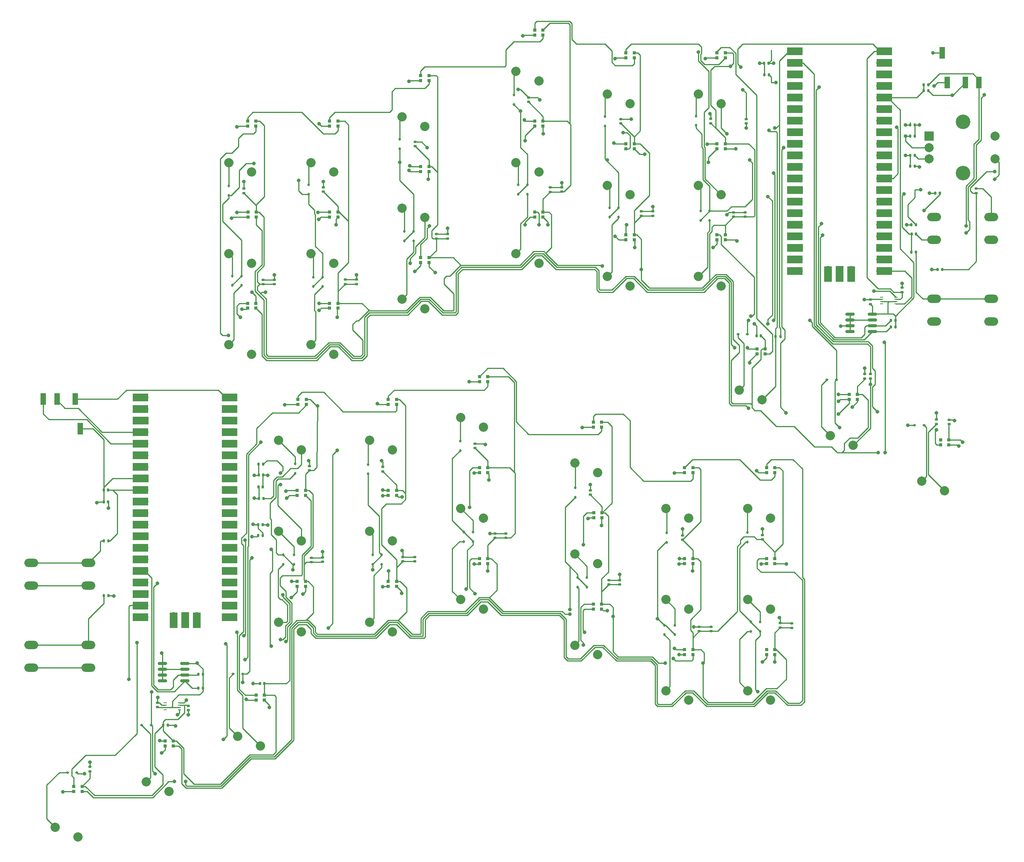
<source format=gbr>
%TF.GenerationSoftware,KiCad,Pcbnew,7.0.1*%
%TF.CreationDate,2023-05-03T23:08:28+02:00*%
%TF.ProjectId,Akula,416b756c-612e-46b6-9963-61645f706362,rev?*%
%TF.SameCoordinates,Original*%
%TF.FileFunction,Copper,L1,Top*%
%TF.FilePolarity,Positive*%
%FSLAX46Y46*%
G04 Gerber Fmt 4.6, Leading zero omitted, Abs format (unit mm)*
G04 Created by KiCad (PCBNEW 7.0.1) date 2023-05-03 23:08:28*
%MOMM*%
%LPD*%
G01*
G04 APERTURE LIST*
G04 Aperture macros list*
%AMRoundRect*
0 Rectangle with rounded corners*
0 $1 Rounding radius*
0 $2 $3 $4 $5 $6 $7 $8 $9 X,Y pos of 4 corners*
0 Add a 4 corners polygon primitive as box body*
4,1,4,$2,$3,$4,$5,$6,$7,$8,$9,$2,$3,0*
0 Add four circle primitives for the rounded corners*
1,1,$1+$1,$2,$3*
1,1,$1+$1,$4,$5*
1,1,$1+$1,$6,$7*
1,1,$1+$1,$8,$9*
0 Add four rect primitives between the rounded corners*
20,1,$1+$1,$2,$3,$4,$5,0*
20,1,$1+$1,$4,$5,$6,$7,0*
20,1,$1+$1,$6,$7,$8,$9,0*
20,1,$1+$1,$8,$9,$2,$3,0*%
G04 Aperture macros list end*
%TA.AperFunction,SMDPad,CuDef*%
%ADD10RoundRect,0.112500X0.112500X-0.187500X0.112500X0.187500X-0.112500X0.187500X-0.112500X-0.187500X0*%
%TD*%
%TA.AperFunction,SMDPad,CuDef*%
%ADD11RoundRect,0.140000X-0.170000X0.140000X-0.170000X-0.140000X0.170000X-0.140000X0.170000X0.140000X0*%
%TD*%
%TA.AperFunction,SMDPad,CuDef*%
%ADD12RoundRect,0.112500X-0.112500X0.187500X-0.112500X-0.187500X0.112500X-0.187500X0.112500X0.187500X0*%
%TD*%
%TA.AperFunction,SMDPad,CuDef*%
%ADD13RoundRect,0.135000X-0.135000X-0.185000X0.135000X-0.185000X0.135000X0.185000X-0.135000X0.185000X0*%
%TD*%
%TA.AperFunction,SMDPad,CuDef*%
%ADD14RoundRect,0.135000X0.185000X-0.135000X0.185000X0.135000X-0.185000X0.135000X-0.185000X-0.135000X0*%
%TD*%
%TA.AperFunction,SMDPad,CuDef*%
%ADD15RoundRect,0.135000X0.135000X0.185000X-0.135000X0.185000X-0.135000X-0.185000X0.135000X-0.185000X0*%
%TD*%
%TA.AperFunction,ComponentPad*%
%ADD16C,2.032000*%
%TD*%
%TA.AperFunction,SMDPad,CuDef*%
%ADD17R,0.700000X0.700000*%
%TD*%
%TA.AperFunction,SMDPad,CuDef*%
%ADD18RoundRect,0.112500X-0.187500X-0.112500X0.187500X-0.112500X0.187500X0.112500X-0.187500X0.112500X0*%
%TD*%
%TA.AperFunction,ComponentPad*%
%ADD19O,3.048000X1.850000*%
%TD*%
%TA.AperFunction,SMDPad,CuDef*%
%ADD20RoundRect,0.140000X0.140000X0.170000X-0.140000X0.170000X-0.140000X-0.170000X0.140000X-0.170000X0*%
%TD*%
%TA.AperFunction,SMDPad,CuDef*%
%ADD21RoundRect,0.140000X-0.140000X-0.170000X0.140000X-0.170000X0.140000X0.170000X-0.140000X0.170000X0*%
%TD*%
%TA.AperFunction,SMDPad,CuDef*%
%ADD22RoundRect,0.150000X-0.825000X-0.150000X0.825000X-0.150000X0.825000X0.150000X-0.825000X0.150000X0*%
%TD*%
%TA.AperFunction,ComponentPad*%
%ADD23R,2.000000X2.000000*%
%TD*%
%TA.AperFunction,ComponentPad*%
%ADD24C,2.000000*%
%TD*%
%TA.AperFunction,ComponentPad*%
%ADD25C,3.200000*%
%TD*%
%TA.AperFunction,ComponentPad*%
%ADD26O,1.700000X1.700000*%
%TD*%
%TA.AperFunction,SMDPad,CuDef*%
%ADD27R,3.500000X1.700000*%
%TD*%
%TA.AperFunction,ComponentPad*%
%ADD28R,1.700000X1.700000*%
%TD*%
%TA.AperFunction,SMDPad,CuDef*%
%ADD29R,1.700000X3.500000*%
%TD*%
%TA.AperFunction,SMDPad,CuDef*%
%ADD30R,0.750000X0.250000*%
%TD*%
%TA.AperFunction,SMDPad,CuDef*%
%ADD31RoundRect,0.140000X0.170000X-0.140000X0.170000X0.140000X-0.170000X0.140000X-0.170000X-0.140000X0*%
%TD*%
%TA.AperFunction,SMDPad,CuDef*%
%ADD32R,1.200000X2.500000*%
%TD*%
%TA.AperFunction,SMDPad,CuDef*%
%ADD33RoundRect,0.112500X0.187500X0.112500X-0.187500X0.112500X-0.187500X-0.112500X0.187500X-0.112500X0*%
%TD*%
%TA.AperFunction,ViaPad*%
%ADD34C,0.800000*%
%TD*%
%TA.AperFunction,Conductor*%
%ADD35C,0.250000*%
%TD*%
G04 APERTURE END LIST*
D10*
X115000000Y-154050000D03*
X115000000Y-151950000D03*
D11*
X121250000Y-152580000D03*
X121250000Y-153540000D03*
D12*
X133650000Y-132100000D03*
X133650000Y-134200000D03*
D13*
X252855000Y-79500000D03*
X253875000Y-79500000D03*
D11*
X216375000Y-76750000D03*
X216375000Y-77710000D03*
D14*
X243875000Y-113250000D03*
X243875000Y-112230000D03*
D11*
X143900000Y-152412164D03*
X143900000Y-153372164D03*
D15*
X110710000Y-139600000D03*
X109690000Y-139600000D03*
D12*
X219650000Y-166700000D03*
X219650000Y-168800000D03*
D16*
X90000000Y-203900000D03*
X85000000Y-201800000D03*
D17*
X107295000Y-76700000D03*
X107295000Y-77800000D03*
X109125000Y-77800000D03*
X109125000Y-76700000D03*
D12*
X117650000Y-131950000D03*
X117650000Y-134050000D03*
D17*
X221085000Y-132800000D03*
X221085000Y-133900000D03*
X222915000Y-133900000D03*
X222915000Y-132800000D03*
D16*
X171125000Y-87900000D03*
X166125000Y-85800000D03*
X108125000Y-67900000D03*
X103125000Y-65800000D03*
D17*
X69085000Y-202800000D03*
X69085000Y-203900000D03*
X70915000Y-203900000D03*
X70915000Y-202800000D03*
D12*
X140625000Y-60700000D03*
X140625000Y-62800000D03*
D17*
X158085000Y-112800000D03*
X158085000Y-113900000D03*
X159915000Y-113900000D03*
X159915000Y-112800000D03*
D16*
X159000000Y-143900000D03*
X154000000Y-141800000D03*
D11*
X193625000Y-76540000D03*
X193625000Y-77500000D03*
D18*
X214825000Y-103500000D03*
X216925000Y-103500000D03*
D19*
X257885000Y-77750000D03*
X270385000Y-77750000D03*
X257885000Y-82750000D03*
X270385000Y-82750000D03*
D17*
X210210000Y-81700000D03*
X210210000Y-82800000D03*
X212040000Y-82800000D03*
X212040000Y-81700000D03*
D20*
X221585000Y-46500000D03*
X220625000Y-46500000D03*
D13*
X96380000Y-178150000D03*
X97400000Y-178150000D03*
D11*
X220150000Y-147590000D03*
X220150000Y-148550000D03*
X213875000Y-76770000D03*
X213875000Y-77730000D03*
D18*
X67665000Y-199750000D03*
X69765000Y-199750000D03*
D16*
X260125000Y-137900000D03*
X255125000Y-135800000D03*
X191125000Y-92900000D03*
X186125000Y-90800000D03*
D13*
X252615000Y-57500000D03*
X253635000Y-57500000D03*
D11*
X208900000Y-167770000D03*
X208900000Y-168730000D03*
D21*
X218895000Y-103890000D03*
X219855000Y-103890000D03*
X75640000Y-137750000D03*
X76600000Y-137750000D03*
D10*
X154650000Y-149050000D03*
X154650000Y-146950000D03*
D17*
X118085000Y-157800000D03*
X118085000Y-158900000D03*
X119915000Y-158900000D03*
X119915000Y-157800000D03*
X190210000Y-61700000D03*
X190210000Y-62800000D03*
X192040000Y-62800000D03*
X192040000Y-61700000D03*
D16*
X159000000Y-163900000D03*
X154000000Y-161800000D03*
D11*
X182400000Y-137790000D03*
X182400000Y-138750000D03*
D17*
X145210000Y-86700000D03*
X145210000Y-87800000D03*
X147040000Y-87800000D03*
X147040000Y-86700000D03*
D13*
X109490000Y-147750000D03*
X110510000Y-147750000D03*
D11*
X110625000Y-91540000D03*
X110625000Y-92500000D03*
D13*
X252855000Y-85500000D03*
X253875000Y-85500000D03*
D11*
X242625000Y-112270000D03*
X242625000Y-113230000D03*
X148625000Y-81520000D03*
X148625000Y-82480000D03*
D10*
X188625000Y-77815000D03*
X188625000Y-75715000D03*
D16*
X211125000Y-72900000D03*
X206125000Y-70800000D03*
X211125000Y-52900000D03*
X206125000Y-50800000D03*
X171125000Y-67900000D03*
X166125000Y-65800000D03*
D22*
X239400000Y-99095000D03*
X239400000Y-100365000D03*
X239400000Y-101635000D03*
X239400000Y-102905000D03*
X244350000Y-102905000D03*
X244350000Y-101635000D03*
X244350000Y-100365000D03*
X244350000Y-99095000D03*
D17*
X170210000Y-36700000D03*
X170210000Y-37800000D03*
X172040000Y-37800000D03*
X172040000Y-36700000D03*
D11*
X157150000Y-127562164D03*
X157150000Y-128522164D03*
X87400000Y-184420000D03*
X87400000Y-185380000D03*
D17*
X170210000Y-56700000D03*
X170210000Y-57800000D03*
X172040000Y-57800000D03*
X172040000Y-56700000D03*
D16*
X126125000Y-67900000D03*
X121125000Y-65800000D03*
D19*
X257875000Y-95750000D03*
X270375000Y-95750000D03*
X257875000Y-100750000D03*
X270375000Y-100750000D03*
D17*
X183085000Y-162800000D03*
X183085000Y-163900000D03*
X184915000Y-163900000D03*
X184915000Y-162800000D03*
X170210000Y-76700000D03*
X170210000Y-77800000D03*
X172040000Y-77800000D03*
X172040000Y-76700000D03*
D20*
X221525000Y-44000000D03*
X220565000Y-44000000D03*
D19*
X59760000Y-153750000D03*
X72260000Y-153750000D03*
X59760000Y-158750000D03*
X72260000Y-158750000D03*
D18*
X104050000Y-178100000D03*
X106150000Y-178100000D03*
D11*
X151125000Y-81520000D03*
X151125000Y-82480000D03*
X141300000Y-152412164D03*
X141300000Y-153372164D03*
D15*
X256625000Y-48700000D03*
X255605000Y-48700000D03*
D17*
X138085000Y-117800000D03*
X138085000Y-118900000D03*
X139915000Y-118900000D03*
X139915000Y-117800000D03*
D11*
X94200000Y-185120000D03*
X94200000Y-186080000D03*
D14*
X267125000Y-72520000D03*
X267125000Y-71500000D03*
D17*
X138085000Y-157800000D03*
X138085000Y-158900000D03*
X139915000Y-158900000D03*
X139915000Y-157800000D03*
D16*
X204000000Y-163900000D03*
X199000000Y-161800000D03*
D11*
X243900000Y-95920000D03*
X243900000Y-96880000D03*
D17*
X125210000Y-56700000D03*
X125210000Y-57800000D03*
X127040000Y-57800000D03*
X127040000Y-56700000D03*
D11*
X208875000Y-56220000D03*
X208875000Y-57180000D03*
D12*
X185625000Y-55700000D03*
X185625000Y-57800000D03*
X216900000Y-147020000D03*
X216900000Y-149120000D03*
D23*
X256750000Y-60000000D03*
D24*
X256750000Y-65000000D03*
X256750000Y-62500000D03*
D25*
X264250000Y-56900000D03*
X264250000Y-68100000D03*
D24*
X271250000Y-65000000D03*
X271250000Y-60000000D03*
D11*
X128625000Y-91520000D03*
X128625000Y-92480000D03*
D10*
X208625000Y-78550000D03*
X208625000Y-76450000D03*
D11*
X106375000Y-71540000D03*
X106375000Y-72500000D03*
D17*
X221085000Y-152800000D03*
X221085000Y-153900000D03*
X222915000Y-153900000D03*
X222915000Y-152800000D03*
D12*
X103125000Y-70950000D03*
X103125000Y-73050000D03*
D21*
X109670000Y-134450000D03*
X110630000Y-134450000D03*
D17*
X190210000Y-41700000D03*
X190210000Y-42800000D03*
X192040000Y-42800000D03*
X192040000Y-41700000D03*
D11*
X123650000Y-152540000D03*
X123650000Y-153500000D03*
D15*
X253635000Y-64250000D03*
X252615000Y-64250000D03*
D12*
X179150000Y-137200000D03*
X179150000Y-139300000D03*
D16*
X108125000Y-107900000D03*
X103125000Y-105800000D03*
D17*
X183085000Y-122800000D03*
X183085000Y-123900000D03*
X184915000Y-123900000D03*
X184915000Y-122800000D03*
D12*
X166625000Y-70700000D03*
X166625000Y-72800000D03*
D16*
X204000000Y-183900000D03*
X199000000Y-181800000D03*
D26*
X228235000Y-41370000D03*
D27*
X227335000Y-41370000D03*
D26*
X228235000Y-43910000D03*
D27*
X227335000Y-43910000D03*
D28*
X228235000Y-46450000D03*
D27*
X227335000Y-46450000D03*
D26*
X228235000Y-48990000D03*
D27*
X227335000Y-48990000D03*
D26*
X228235000Y-51530000D03*
D27*
X227335000Y-51530000D03*
D26*
X228235000Y-54070000D03*
D27*
X227335000Y-54070000D03*
D26*
X228235000Y-56610000D03*
D27*
X227335000Y-56610000D03*
D28*
X228235000Y-59150000D03*
D27*
X227335000Y-59150000D03*
D26*
X228235000Y-61690000D03*
D27*
X227335000Y-61690000D03*
D26*
X228235000Y-64230000D03*
D27*
X227335000Y-64230000D03*
D26*
X228235000Y-66770000D03*
D27*
X227335000Y-66770000D03*
D26*
X228235000Y-69310000D03*
D27*
X227335000Y-69310000D03*
D28*
X228235000Y-71850000D03*
D27*
X227335000Y-71850000D03*
D26*
X228235000Y-74390000D03*
D27*
X227335000Y-74390000D03*
D26*
X228235000Y-76930000D03*
D27*
X227335000Y-76930000D03*
D26*
X228235000Y-79470000D03*
D27*
X227335000Y-79470000D03*
D26*
X228235000Y-82010000D03*
D27*
X227335000Y-82010000D03*
D28*
X228235000Y-84550000D03*
D27*
X227335000Y-84550000D03*
D26*
X228235000Y-87090000D03*
D27*
X227335000Y-87090000D03*
D26*
X228235000Y-89630000D03*
D27*
X227335000Y-89630000D03*
D26*
X246015000Y-89630000D03*
D27*
X246915000Y-89630000D03*
D26*
X246015000Y-87090000D03*
D27*
X246915000Y-87090000D03*
D28*
X246015000Y-84550000D03*
D27*
X246915000Y-84550000D03*
D26*
X246015000Y-82010000D03*
D27*
X246915000Y-82010000D03*
D26*
X246015000Y-79470000D03*
D27*
X246915000Y-79470000D03*
D26*
X246015000Y-76930000D03*
D27*
X246915000Y-76930000D03*
D26*
X246015000Y-74390000D03*
D27*
X246915000Y-74390000D03*
D28*
X246015000Y-71850000D03*
D27*
X246915000Y-71850000D03*
D26*
X246015000Y-69310000D03*
D27*
X246915000Y-69310000D03*
D26*
X246015000Y-66770000D03*
D27*
X246915000Y-66770000D03*
D26*
X246015000Y-64230000D03*
D27*
X246915000Y-64230000D03*
D26*
X246015000Y-61690000D03*
D27*
X246915000Y-61690000D03*
D28*
X246015000Y-59150000D03*
D27*
X246915000Y-59150000D03*
D26*
X246015000Y-56610000D03*
D27*
X246915000Y-56610000D03*
D26*
X246015000Y-54070000D03*
D27*
X246915000Y-54070000D03*
D26*
X246015000Y-51530000D03*
D27*
X246915000Y-51530000D03*
D26*
X246015000Y-48990000D03*
D27*
X246915000Y-48990000D03*
D28*
X246015000Y-46450000D03*
D27*
X246915000Y-46450000D03*
D26*
X246015000Y-43910000D03*
D27*
X246915000Y-43910000D03*
D26*
X246015000Y-41370000D03*
D27*
X246915000Y-41370000D03*
D26*
X234585000Y-89400000D03*
D29*
X234585000Y-90300000D03*
D28*
X237125000Y-89400000D03*
D29*
X237125000Y-90300000D03*
D26*
X239665000Y-89400000D03*
D29*
X239665000Y-90300000D03*
D11*
X168875000Y-51520000D03*
X168875000Y-52480000D03*
D16*
X240125000Y-127900000D03*
X235125000Y-125800000D03*
D17*
X221085000Y-172800000D03*
X221085000Y-173900000D03*
X222915000Y-173900000D03*
X222915000Y-172800000D03*
X145210000Y-46700000D03*
X145210000Y-47800000D03*
X147040000Y-47800000D03*
X147040000Y-46700000D03*
X203085000Y-172800000D03*
X203085000Y-173900000D03*
X204915000Y-173900000D03*
X204915000Y-172800000D03*
D12*
X201000000Y-167400000D03*
X201000000Y-169500000D03*
D17*
X239210000Y-116700000D03*
X239210000Y-117800000D03*
X241040000Y-117800000D03*
X241040000Y-116700000D03*
D21*
X75640000Y-140350000D03*
X76600000Y-140350000D03*
D16*
X220125000Y-117900000D03*
X215125000Y-115800000D03*
D11*
X188900000Y-157520000D03*
X188900000Y-158480000D03*
D19*
X59760000Y-171750000D03*
X72260000Y-171750000D03*
X59760000Y-176750000D03*
X72260000Y-176750000D03*
D15*
X256625000Y-50000000D03*
X255605000Y-50000000D03*
D10*
X136650000Y-154050000D03*
X136650000Y-151950000D03*
D26*
X84610000Y-117370000D03*
D27*
X83710000Y-117370000D03*
D26*
X84610000Y-119910000D03*
D27*
X83710000Y-119910000D03*
D28*
X84610000Y-122450000D03*
D27*
X83710000Y-122450000D03*
D26*
X84610000Y-124990000D03*
D27*
X83710000Y-124990000D03*
D26*
X84610000Y-127530000D03*
D27*
X83710000Y-127530000D03*
D26*
X84610000Y-130070000D03*
D27*
X83710000Y-130070000D03*
D26*
X84610000Y-132610000D03*
D27*
X83710000Y-132610000D03*
D28*
X84610000Y-135150000D03*
D27*
X83710000Y-135150000D03*
D26*
X84610000Y-137690000D03*
D27*
X83710000Y-137690000D03*
D26*
X84610000Y-140230000D03*
D27*
X83710000Y-140230000D03*
D26*
X84610000Y-142770000D03*
D27*
X83710000Y-142770000D03*
D26*
X84610000Y-145310000D03*
D27*
X83710000Y-145310000D03*
D28*
X84610000Y-147850000D03*
D27*
X83710000Y-147850000D03*
D26*
X84610000Y-150390000D03*
D27*
X83710000Y-150390000D03*
D26*
X84610000Y-152930000D03*
D27*
X83710000Y-152930000D03*
D26*
X84610000Y-155470000D03*
D27*
X83710000Y-155470000D03*
D26*
X84610000Y-158010000D03*
D27*
X83710000Y-158010000D03*
D28*
X84610000Y-160550000D03*
D27*
X83710000Y-160550000D03*
D26*
X84610000Y-163090000D03*
D27*
X83710000Y-163090000D03*
D26*
X84610000Y-165630000D03*
D27*
X83710000Y-165630000D03*
D26*
X102390000Y-165630000D03*
D27*
X103290000Y-165630000D03*
D26*
X102390000Y-163090000D03*
D27*
X103290000Y-163090000D03*
D28*
X102390000Y-160550000D03*
D27*
X103290000Y-160550000D03*
D26*
X102390000Y-158010000D03*
D27*
X103290000Y-158010000D03*
D26*
X102390000Y-155470000D03*
D27*
X103290000Y-155470000D03*
D26*
X102390000Y-152930000D03*
D27*
X103290000Y-152930000D03*
D26*
X102390000Y-150390000D03*
D27*
X103290000Y-150390000D03*
D28*
X102390000Y-147850000D03*
D27*
X103290000Y-147850000D03*
D26*
X102390000Y-145310000D03*
D27*
X103290000Y-145310000D03*
D26*
X102390000Y-142770000D03*
D27*
X103290000Y-142770000D03*
D26*
X102390000Y-140230000D03*
D27*
X103290000Y-140230000D03*
D26*
X102390000Y-137690000D03*
D27*
X103290000Y-137690000D03*
D28*
X102390000Y-135150000D03*
D27*
X103290000Y-135150000D03*
D26*
X102390000Y-132610000D03*
D27*
X103290000Y-132610000D03*
D26*
X102390000Y-130070000D03*
D27*
X103290000Y-130070000D03*
D26*
X102390000Y-127530000D03*
D27*
X103290000Y-127530000D03*
D26*
X102390000Y-124990000D03*
D27*
X103290000Y-124990000D03*
D28*
X102390000Y-122450000D03*
D27*
X103290000Y-122450000D03*
D26*
X102390000Y-119910000D03*
D27*
X103290000Y-119910000D03*
D26*
X102390000Y-117370000D03*
D27*
X103290000Y-117370000D03*
D26*
X90960000Y-165400000D03*
D29*
X90960000Y-166300000D03*
D28*
X93500000Y-165400000D03*
D29*
X93500000Y-166300000D03*
D26*
X96040000Y-165400000D03*
D29*
X96040000Y-166300000D03*
D16*
X108125000Y-87900000D03*
X103125000Y-85800000D03*
D12*
X134650000Y-151950000D03*
X134650000Y-154050000D03*
D11*
X161500000Y-147290000D03*
X161500000Y-148250000D03*
D12*
X153900000Y-126950000D03*
X153900000Y-129050000D03*
D11*
X189125000Y-56270000D03*
X189125000Y-57230000D03*
D17*
X203085000Y-132800000D03*
X203085000Y-133900000D03*
X204915000Y-133900000D03*
X204915000Y-132800000D03*
D11*
X206300000Y-167770000D03*
X206300000Y-168730000D03*
D13*
X96380000Y-181250000D03*
X97400000Y-181250000D03*
D11*
X176125000Y-71270000D03*
X176125000Y-72230000D03*
X163900000Y-147290000D03*
X163900000Y-148250000D03*
D21*
X109940000Y-180250000D03*
X110900000Y-180250000D03*
D12*
X206625000Y-76450000D03*
X206625000Y-78550000D03*
D30*
X89150000Y-184450000D03*
X89150000Y-184950000D03*
X89150000Y-185450000D03*
X89150000Y-185950000D03*
X92250000Y-185950000D03*
X92250000Y-185450000D03*
X92250000Y-184950000D03*
X92250000Y-184450000D03*
D16*
X159000000Y-123900000D03*
X154000000Y-121800000D03*
X146125000Y-57900000D03*
X141125000Y-55800000D03*
D20*
X89680000Y-189350000D03*
X88720000Y-189350000D03*
D17*
X109085000Y-182800000D03*
X109085000Y-183900000D03*
X110915000Y-183900000D03*
X110915000Y-182800000D03*
D10*
X198650000Y-169500000D03*
X198650000Y-167400000D03*
D12*
X186625000Y-75715000D03*
X186625000Y-77815000D03*
D16*
X211125000Y-92900000D03*
X206125000Y-90800000D03*
D12*
X141625000Y-80950000D03*
X141625000Y-83050000D03*
D16*
X146125000Y-97900000D03*
X141125000Y-95800000D03*
D17*
X183170000Y-142750000D03*
X183170000Y-143850000D03*
X185000000Y-143850000D03*
X185000000Y-142750000D03*
D16*
X191125000Y-72900000D03*
X186125000Y-70800000D03*
X119000000Y-128900000D03*
X114000000Y-126800000D03*
D10*
X179650000Y-159050000D03*
X179650000Y-156950000D03*
D17*
X89085000Y-192800000D03*
X89085000Y-193900000D03*
X90915000Y-193900000D03*
X90915000Y-192800000D03*
D15*
X76710000Y-148900000D03*
X75690000Y-148900000D03*
D12*
X121625000Y-90950000D03*
X121625000Y-93050000D03*
D17*
X145210000Y-66700000D03*
X145210000Y-67800000D03*
X147040000Y-67800000D03*
X147040000Y-66700000D03*
D11*
X113125000Y-91540000D03*
X113125000Y-92500000D03*
D20*
X253605000Y-66640000D03*
X252645000Y-66640000D03*
D17*
X125210000Y-96700000D03*
X125210000Y-97800000D03*
X127040000Y-97800000D03*
X127040000Y-96700000D03*
D12*
X117400000Y-151950000D03*
X117400000Y-154050000D03*
D16*
X222000000Y-183900000D03*
X217000000Y-181800000D03*
D13*
X223105000Y-104000000D03*
X224125000Y-104000000D03*
D11*
X224050000Y-166960000D03*
X224050000Y-167920000D03*
D10*
X123625000Y-93050000D03*
X123625000Y-90950000D03*
D21*
X258645000Y-89250000D03*
X259605000Y-89250000D03*
D11*
X131125000Y-91520000D03*
X131125000Y-92480000D03*
D17*
X125210000Y-76700000D03*
X125210000Y-77800000D03*
X127040000Y-77800000D03*
X127040000Y-76700000D03*
D30*
X246350000Y-95350000D03*
X246350000Y-95850000D03*
X246350000Y-96350000D03*
X246350000Y-96850000D03*
X249450000Y-96850000D03*
X249450000Y-96350000D03*
X249450000Y-95850000D03*
X249450000Y-95350000D03*
D17*
X107210000Y-96700000D03*
X107210000Y-97800000D03*
X109040000Y-97800000D03*
X109040000Y-96700000D03*
D31*
X216625000Y-57230000D03*
X216625000Y-56270000D03*
D17*
X210210000Y-41700000D03*
X210210000Y-42800000D03*
X212040000Y-42800000D03*
X212040000Y-41700000D03*
D16*
X204000000Y-143900000D03*
X199000000Y-141800000D03*
D14*
X258375000Y-123260000D03*
X258375000Y-122240000D03*
D16*
X171125000Y-47900000D03*
X166125000Y-45800000D03*
D21*
X109550000Y-145350000D03*
X110510000Y-145350000D03*
D18*
X83950000Y-189350000D03*
X86050000Y-189350000D03*
D11*
X72650000Y-198540000D03*
X72650000Y-199500000D03*
D16*
X139000000Y-168900000D03*
X134000000Y-166800000D03*
D10*
X105875000Y-92800000D03*
X105875000Y-90700000D03*
D11*
X261125000Y-122290000D03*
X261125000Y-123250000D03*
D22*
X88525000Y-175845000D03*
X88525000Y-177115000D03*
X88525000Y-178385000D03*
X88525000Y-179655000D03*
X93475000Y-179655000D03*
X93475000Y-178385000D03*
X93475000Y-177115000D03*
X93475000Y-175845000D03*
D17*
X138085000Y-137800000D03*
X138085000Y-138900000D03*
X139915000Y-138900000D03*
X139915000Y-137800000D03*
D18*
X234325000Y-113500000D03*
X236425000Y-113500000D03*
D16*
X139000000Y-148900000D03*
X134000000Y-146800000D03*
D17*
X107210000Y-56700000D03*
X107210000Y-57800000D03*
X109040000Y-57800000D03*
X109040000Y-56700000D03*
D16*
X222000000Y-163900000D03*
X217000000Y-161800000D03*
X126125000Y-107900000D03*
X121125000Y-105800000D03*
D17*
X210210000Y-61700000D03*
X210210000Y-62800000D03*
X212040000Y-62800000D03*
X212040000Y-61700000D03*
D11*
X196125000Y-76540000D03*
X196125000Y-77500000D03*
D13*
X248355000Y-101900000D03*
X249375000Y-101900000D03*
D31*
X250800000Y-94260000D03*
X250800000Y-93300000D03*
D21*
X109620000Y-137050000D03*
X110580000Y-137050000D03*
D16*
X126125000Y-87900000D03*
X121125000Y-85800000D03*
D13*
X248355000Y-100500000D03*
X249375000Y-100500000D03*
D16*
X70000000Y-213900000D03*
X65000000Y-211800000D03*
D20*
X253875000Y-81500000D03*
X252915000Y-81500000D03*
D11*
X123875000Y-71250000D03*
X123875000Y-72210000D03*
D16*
X184000000Y-153900000D03*
X179000000Y-151800000D03*
D21*
X252645000Y-60000000D03*
X253605000Y-60000000D03*
D16*
X146125000Y-77900000D03*
X141125000Y-75800000D03*
X184000000Y-133900000D03*
X179000000Y-131800000D03*
D12*
X165625000Y-50950000D03*
X165625000Y-53050000D03*
D11*
X173625000Y-71290000D03*
X173625000Y-72250000D03*
D32*
X65405000Y-117750000D03*
X62405000Y-117750000D03*
X70505000Y-124250000D03*
X69405000Y-117750000D03*
D17*
X158085000Y-152800000D03*
X158085000Y-153900000D03*
X159915000Y-153900000D03*
X159915000Y-152800000D03*
X158085000Y-132800000D03*
X158085000Y-133900000D03*
X159915000Y-133900000D03*
X159915000Y-132800000D03*
D11*
X186500000Y-157520000D03*
X186500000Y-158480000D03*
D16*
X119000000Y-148900000D03*
X114000000Y-146800000D03*
D10*
X217650000Y-168800000D03*
X217650000Y-166700000D03*
D33*
X255675000Y-123500000D03*
X253575000Y-123500000D03*
D17*
X118085000Y-137800000D03*
X118085000Y-138900000D03*
X119915000Y-138900000D03*
X119915000Y-137800000D03*
D10*
X143625000Y-83050000D03*
X143625000Y-80950000D03*
D16*
X184000000Y-173900000D03*
X179000000Y-171800000D03*
D12*
X181650000Y-156950000D03*
X181650000Y-159050000D03*
D11*
X143985000Y-61270000D03*
X143985000Y-62230000D03*
D32*
X264720000Y-48250000D03*
X267720000Y-48250000D03*
X259620000Y-41750000D03*
X260720000Y-48250000D03*
D21*
X258145000Y-72500000D03*
X259105000Y-72500000D03*
D11*
X120760000Y-132470000D03*
X120760000Y-133430000D03*
X202650000Y-147670000D03*
X202650000Y-148630000D03*
D15*
X76710000Y-160950000D03*
X75690000Y-160950000D03*
D17*
X218960000Y-106700000D03*
X218960000Y-107800000D03*
X220790000Y-107800000D03*
X220790000Y-106700000D03*
D10*
X168625000Y-72800000D03*
X168625000Y-70700000D03*
D17*
X259285000Y-126725000D03*
X259285000Y-127825000D03*
X261115000Y-127825000D03*
X261115000Y-126725000D03*
X190210000Y-81700000D03*
X190210000Y-82800000D03*
X192040000Y-82800000D03*
X192040000Y-81700000D03*
D16*
X191125000Y-52900000D03*
X186125000Y-50800000D03*
X119000000Y-168900000D03*
X114000000Y-166800000D03*
D12*
X156650000Y-146950000D03*
X156650000Y-149050000D03*
X205625000Y-55565000D03*
X205625000Y-57665000D03*
X199150000Y-147100000D03*
X199150000Y-149200000D03*
X120625000Y-70700000D03*
X120625000Y-72800000D03*
D16*
X110000000Y-193900000D03*
X105000000Y-191800000D03*
D17*
X118285000Y-117800000D03*
X118285000Y-118900000D03*
X120115000Y-118900000D03*
X120115000Y-117800000D03*
D12*
X103875000Y-90700000D03*
X103875000Y-92800000D03*
D11*
X226650000Y-167040000D03*
X226650000Y-168000000D03*
X136900000Y-132670000D03*
X136900000Y-133630000D03*
D15*
X110660000Y-132050000D03*
X109640000Y-132050000D03*
D17*
X203085000Y-152800000D03*
X203085000Y-153900000D03*
X204915000Y-153900000D03*
X204915000Y-152800000D03*
D16*
X139000000Y-128900000D03*
X134000000Y-126800000D03*
X222000000Y-143900000D03*
X217000000Y-141800000D03*
D34*
X87400000Y-158250000D03*
X88400000Y-173500000D03*
X201900000Y-173900000D03*
X202650000Y-146250000D03*
X91400000Y-189500000D03*
X108400000Y-180250000D03*
X74150000Y-140500000D03*
X220150000Y-175500000D03*
X223900000Y-165750000D03*
X115800000Y-139500000D03*
X136900000Y-159000000D03*
X106874500Y-183700000D03*
X156912299Y-154012299D03*
X116787299Y-161362701D03*
X123650000Y-151250000D03*
X66650000Y-204000000D03*
X111655105Y-145443128D03*
X136650000Y-131250000D03*
X220150000Y-146250000D03*
X201900000Y-154000000D03*
X180650000Y-124000000D03*
X88400000Y-195500000D03*
X72650000Y-197500000D03*
X115400000Y-119000000D03*
X188900000Y-156250000D03*
X181150000Y-169000000D03*
X200872622Y-133960815D03*
X87500000Y-183300000D03*
X155881904Y-113909844D03*
X94200000Y-187100000D03*
X182400000Y-136500000D03*
X156900000Y-134000000D03*
X160400000Y-147250000D03*
X159400000Y-127750000D03*
X181945404Y-143965182D03*
X141150000Y-151000000D03*
X136900000Y-139000000D03*
X120650000Y-131250000D03*
X111650000Y-134500000D03*
X218900000Y-133500000D03*
X219900000Y-154000000D03*
X135650000Y-118750000D03*
X205150000Y-167750000D03*
X233125000Y-79250000D03*
X251625000Y-57500000D03*
X258375000Y-124500000D03*
X208375000Y-65750000D03*
X151125000Y-80250000D03*
X218375000Y-101250000D03*
X251625000Y-60000000D03*
X236875000Y-121000000D03*
X166625000Y-49750000D03*
X215874999Y-49838719D03*
X207625000Y-43000000D03*
X242625000Y-111000000D03*
X262375000Y-122500000D03*
X176125000Y-70250000D03*
X196125000Y-75500000D03*
X236875000Y-118250000D03*
X219625000Y-44000000D03*
X106000000Y-98000000D03*
X191375000Y-56250000D03*
X168125000Y-79500000D03*
X187875000Y-43000000D03*
X122875000Y-57250000D03*
X209375000Y-84500000D03*
X189625000Y-59250000D03*
X242500000Y-95900000D03*
X250800000Y-92300000D03*
X217400000Y-109800000D03*
X257375000Y-89250000D03*
X143875000Y-89750000D03*
X208633328Y-55072260D03*
X142625000Y-67500000D03*
X254625000Y-66750000D03*
X212375000Y-77250000D03*
X131125000Y-90500000D03*
X146625000Y-62500000D03*
X123875000Y-70000000D03*
X257625000Y-41750000D03*
X171375000Y-52000000D03*
X237375000Y-101750000D03*
X104875000Y-58000000D03*
X167625000Y-38000000D03*
X142625000Y-48000000D03*
X122814500Y-78300000D03*
X113125000Y-90500000D03*
X256875000Y-72500000D03*
X168125000Y-61000000D03*
X106375000Y-70000000D03*
X187875000Y-82000000D03*
X103700000Y-78000000D03*
X122875000Y-98250000D03*
X254875000Y-71750000D03*
X271125000Y-69500000D03*
X232625000Y-49250000D03*
X223125000Y-48250000D03*
X258375000Y-120750000D03*
X245375000Y-120500000D03*
X106653983Y-175005238D03*
X96150000Y-175750000D03*
X110150000Y-127250000D03*
X106400000Y-169750000D03*
X108150000Y-148000000D03*
X106650000Y-148750000D03*
X112400000Y-150750000D03*
X114400000Y-136500000D03*
X114400000Y-134000000D03*
X112400000Y-172000000D03*
X251625000Y-64250000D03*
X251875000Y-79500000D03*
X255625000Y-76368804D03*
X249629031Y-58044134D03*
X254625000Y-57500000D03*
X221625000Y-58750000D03*
X212375000Y-59500000D03*
X222625000Y-44000000D03*
X142875000Y-87900000D03*
X243875000Y-114500000D03*
X221375000Y-73250000D03*
X221375000Y-101250000D03*
X206125000Y-41500000D03*
X222875000Y-58250000D03*
X216625000Y-58250000D03*
X264875000Y-81250000D03*
X268897495Y-50964627D03*
X261875000Y-51000000D03*
X264875000Y-79750000D03*
X230625000Y-100500000D03*
X217125000Y-100500000D03*
X237125000Y-124000000D03*
X222625000Y-100500000D03*
X252125000Y-123500000D03*
X222653414Y-68154459D03*
X217375000Y-65250000D03*
X186125000Y-65250000D03*
X167125000Y-54500000D03*
X140625000Y-65750000D03*
X118375000Y-69750000D03*
X108625000Y-66000000D03*
X108400000Y-145250000D03*
X108194291Y-152609158D03*
X106150000Y-180000000D03*
X71400000Y-200000000D03*
X86900000Y-200000000D03*
X86150000Y-182050000D03*
X117150000Y-155250000D03*
X134650000Y-155250000D03*
X155150000Y-159500000D03*
X177900000Y-164000000D03*
X197150000Y-166000000D03*
X219150000Y-182000000D03*
X108650000Y-139500000D03*
X108650000Y-134500000D03*
X124900000Y-168000000D03*
X104900000Y-169000000D03*
X126900000Y-129000000D03*
X233375000Y-81750000D03*
X251232629Y-72732675D03*
X271125000Y-67750000D03*
X77900000Y-161000000D03*
X76700000Y-141700000D03*
X108211606Y-94319635D03*
X257875000Y-49000000D03*
X264125000Y-127250000D03*
X245625000Y-129500000D03*
X215472151Y-44813969D03*
X111125000Y-94250000D03*
X185060821Y-88550752D03*
X193625000Y-89250000D03*
X213175000Y-44700000D03*
X122539466Y-119263937D03*
X187400000Y-165500000D03*
X207150000Y-175750000D03*
X177900000Y-165000000D03*
X198844550Y-175750000D03*
X91150000Y-201750000D03*
X93650000Y-201750000D03*
X217125000Y-119750000D03*
X236875000Y-116750000D03*
X214125000Y-106500000D03*
X216875000Y-106500000D03*
X172125000Y-59500000D03*
X142778295Y-66494323D03*
X122625000Y-76750000D03*
X146875000Y-69500000D03*
X126625000Y-79500000D03*
X104875000Y-76750000D03*
X194400000Y-64000000D03*
X167922478Y-56411820D03*
X214375000Y-62750000D03*
X187625000Y-61500000D03*
X239875000Y-119500000D03*
X224875000Y-62500000D03*
X208099000Y-61774500D03*
X225375000Y-120750000D03*
X105625000Y-99750000D03*
X126875000Y-99750000D03*
X122900000Y-96700000D03*
X148375000Y-90000000D03*
X147125000Y-79750000D03*
X173125000Y-79500000D03*
X171125000Y-79500000D03*
X192125000Y-84500000D03*
X190375000Y-79500000D03*
X214625000Y-83000000D03*
X217625000Y-99500000D03*
X263300000Y-128100000D03*
X247125000Y-129500000D03*
X246900000Y-105300000D03*
X201946208Y-152816346D03*
X225400000Y-154000000D03*
X87900000Y-192750000D03*
X115650000Y-171000000D03*
X102400000Y-171500000D03*
X101900000Y-192500000D03*
X115650000Y-138000000D03*
X141150000Y-139250000D03*
X136900000Y-137750000D03*
X160150000Y-135500000D03*
X184900000Y-145500000D03*
X155900000Y-141500000D03*
X204900000Y-155500000D03*
X180900000Y-149750000D03*
X82900000Y-171250000D03*
X114398231Y-170545618D03*
X119382591Y-160542785D03*
X114924910Y-160768958D03*
X116900000Y-157750000D03*
X141000000Y-160400000D03*
X138150000Y-155500000D03*
X159900000Y-155500000D03*
X186150000Y-164250000D03*
X157150000Y-160500000D03*
X180900000Y-171750000D03*
X200650000Y-174750000D03*
X200900000Y-172500000D03*
X222900000Y-175500000D03*
X91800000Y-187100000D03*
X81150000Y-179250000D03*
X112000000Y-185500000D03*
X93800000Y-183900000D03*
X244625000Y-94000000D03*
X103000000Y-103750000D03*
D35*
X76700000Y-141700000D02*
X76700000Y-140450000D01*
X76700000Y-140450000D02*
X76600000Y-140350000D01*
X76700000Y-141150000D02*
X76700000Y-141700000D01*
X140900000Y-160250000D02*
X141000000Y-160350000D01*
X141000000Y-160350000D02*
X141000000Y-160400000D01*
X141000000Y-160400000D02*
X141000000Y-159985000D01*
X141000000Y-159985000D02*
X139915000Y-158900000D01*
X122900000Y-96700000D02*
X125210000Y-96700000D01*
X194400000Y-64000000D02*
X193240000Y-64000000D01*
X193240000Y-64000000D02*
X192040000Y-62800000D01*
X208099000Y-61774500D02*
X208173500Y-61700000D01*
X208173500Y-61700000D02*
X210210000Y-61700000D01*
X263300000Y-128100000D02*
X263025000Y-127825000D01*
X263025000Y-127825000D02*
X261115000Y-127825000D01*
X247125000Y-129500000D02*
X247125000Y-105525000D01*
X247125000Y-105525000D02*
X246900000Y-105300000D01*
X232625000Y-49250000D02*
X231975000Y-49900000D01*
X231975000Y-49900000D02*
X231975000Y-101372792D01*
X235752208Y-105150000D02*
X243411396Y-105150000D01*
X231975000Y-101372792D02*
X235752208Y-105150000D01*
X243411396Y-105150000D02*
X244325000Y-106063604D01*
X244325000Y-106063604D02*
X244325000Y-111000000D01*
X244325000Y-111000000D02*
X244900000Y-111575000D01*
X244900000Y-111575000D02*
X244900000Y-114500305D01*
X244900000Y-114500305D02*
X244325000Y-115075305D01*
X244325000Y-115075305D02*
X244325000Y-119450000D01*
X244325000Y-119450000D02*
X245375000Y-120500000D01*
X145210000Y-66700000D02*
X142983972Y-66700000D01*
X142983972Y-66700000D02*
X142778295Y-66494323D01*
X255625000Y-76368804D02*
X255625000Y-76250000D01*
X255625000Y-76250000D02*
X259105000Y-72770000D01*
X259105000Y-72770000D02*
X259105000Y-72500000D01*
X183170000Y-143850000D02*
X182060586Y-143850000D01*
X182060586Y-143850000D02*
X181945404Y-143965182D01*
X203085000Y-133900000D02*
X200933437Y-133900000D01*
X200933437Y-133900000D02*
X200872622Y-133960815D01*
X114924910Y-160768958D02*
X114924910Y-161161306D01*
X114924910Y-161161306D02*
X116450000Y-162686396D01*
X116450000Y-162686396D02*
X116450000Y-166654416D01*
X116450000Y-166654416D02*
X115550000Y-167554416D01*
X115550000Y-167554416D02*
X115550000Y-169950000D01*
X115550000Y-169950000D02*
X114954382Y-170545618D01*
X114954382Y-170545618D02*
X114398231Y-170545618D01*
X108194291Y-152609158D02*
X107650000Y-153153449D01*
X107650000Y-153153449D02*
X107650000Y-177500000D01*
X107650000Y-177500000D02*
X107050000Y-178100000D01*
X107050000Y-178100000D02*
X106150000Y-178100000D01*
X75690000Y-148900000D02*
X75100000Y-148900000D01*
X74900000Y-151110000D02*
X72260000Y-153750000D01*
X75100000Y-148900000D02*
X74900000Y-149100000D01*
X74900000Y-149100000D02*
X74900000Y-151110000D01*
X106874500Y-183700000D02*
X107074500Y-183900000D01*
X107074500Y-183900000D02*
X109085000Y-183900000D01*
X115800000Y-139500000D02*
X116400000Y-138900000D01*
X116400000Y-138900000D02*
X118085000Y-138900000D01*
X201900000Y-173900000D02*
X203085000Y-173900000D01*
X106000000Y-98000000D02*
X107010000Y-98000000D01*
X107010000Y-98000000D02*
X107210000Y-97800000D01*
X123314500Y-77800000D02*
X125210000Y-77800000D01*
X122814500Y-78300000D02*
X123314500Y-77800000D01*
X103700000Y-78000000D02*
X103900000Y-77800000D01*
X103900000Y-77800000D02*
X107295000Y-77800000D01*
X90350000Y-181550000D02*
X87586396Y-181550000D01*
X92015000Y-178385000D02*
X90900000Y-179500000D01*
X90900000Y-181000000D02*
X90350000Y-181550000D01*
X86600000Y-159050000D02*
X87400000Y-158250000D01*
X87586396Y-181550000D02*
X86600000Y-180563604D01*
X90900000Y-179500000D02*
X90900000Y-181000000D01*
X93475000Y-178385000D02*
X92015000Y-178385000D01*
X96145000Y-178385000D02*
X96380000Y-178150000D01*
X86600000Y-180563604D02*
X86600000Y-159050000D01*
X93475000Y-178385000D02*
X96145000Y-178385000D01*
X93475000Y-179655000D02*
X91130000Y-182000000D01*
X96380000Y-181250000D02*
X95070000Y-181250000D01*
X86150000Y-157010000D02*
X84610000Y-155470000D01*
X86150000Y-180750000D02*
X86150000Y-157010000D01*
X87400000Y-182000000D02*
X86150000Y-180750000D01*
X91130000Y-182000000D02*
X87400000Y-182000000D01*
X95070000Y-181250000D02*
X93475000Y-179655000D01*
X72650000Y-198540000D02*
X72650000Y-197500000D01*
X203085000Y-153900000D02*
X202000000Y-153900000D01*
X201900000Y-154000000D02*
X202000000Y-153900000D01*
X158085000Y-133900000D02*
X157000000Y-133900000D01*
X157972701Y-154012299D02*
X158085000Y-153900000D01*
X161500000Y-147290000D02*
X163900000Y-147290000D01*
X88525000Y-179655000D02*
X88525000Y-178385000D01*
X69085000Y-203900000D02*
X66750000Y-203900000D01*
X75640000Y-126626396D02*
X75640000Y-137750000D01*
X135650000Y-118750000D02*
X135800000Y-118900000D01*
X141300000Y-152412164D02*
X143900000Y-152412164D01*
X219300000Y-133900000D02*
X218900000Y-133500000D01*
X87400000Y-183400000D02*
X87400000Y-184420000D01*
X88525000Y-175845000D02*
X88525000Y-177115000D01*
X224050000Y-166960000D02*
X226570000Y-166960000D01*
X110580000Y-134500000D02*
X110630000Y-134450000D01*
X136900000Y-132670000D02*
X136900000Y-131500000D01*
X221085000Y-173900000D02*
X221085000Y-174565000D01*
X121250000Y-152580000D02*
X123610000Y-152580000D01*
X183085000Y-163900000D02*
X181150000Y-163900000D01*
X115500000Y-118900000D02*
X115400000Y-119000000D01*
X141300000Y-151150000D02*
X141300000Y-152412164D01*
X66750000Y-203900000D02*
X66650000Y-204000000D01*
X155881904Y-113909844D02*
X156000000Y-113900000D01*
X123610000Y-152580000D02*
X123650000Y-152540000D01*
X59760000Y-158750000D02*
X72260000Y-158750000D01*
X75640000Y-137750000D02*
X75640000Y-137110000D01*
X73263604Y-124250000D02*
X75640000Y-126626396D01*
X74300000Y-140350000D02*
X74150000Y-140500000D01*
X202650000Y-147670000D02*
X202650000Y-146250000D01*
X138085000Y-118900000D02*
X135800000Y-118900000D01*
X157000000Y-133900000D02*
X156900000Y-134000000D01*
X87500000Y-183300000D02*
X87400000Y-183400000D01*
X186500000Y-157520000D02*
X188900000Y-157520000D01*
X109940000Y-180250000D02*
X108400000Y-180250000D01*
X75640000Y-140350000D02*
X74300000Y-140350000D01*
X180750000Y-123900000D02*
X180650000Y-124000000D01*
X88525000Y-175845000D02*
X88525000Y-173625000D01*
X87400000Y-184420000D02*
X87820000Y-184420000D01*
X89085000Y-193900000D02*
X89085000Y-194815000D01*
X88525000Y-178385000D02*
X88525000Y-177115000D01*
X181150000Y-163900000D02*
X180800000Y-164250000D01*
X161500000Y-147290000D02*
X160440000Y-147290000D01*
X75640000Y-140350000D02*
X75640000Y-137750000D01*
X226570000Y-166960000D02*
X226650000Y-167040000D01*
X136900000Y-131500000D02*
X136650000Y-131250000D01*
X136900000Y-159000000D02*
X137000000Y-158900000D01*
X159212164Y-127562164D02*
X159400000Y-127750000D01*
X110580000Y-137050000D02*
X110580000Y-134500000D01*
X111655105Y-145443128D02*
X111500000Y-145350000D01*
X111650000Y-145500000D02*
X111655105Y-145443128D01*
X138085000Y-158900000D02*
X137000000Y-158900000D01*
X220000000Y-153900000D02*
X219900000Y-154000000D01*
X158085000Y-113900000D02*
X155881904Y-113909844D01*
X138085000Y-138900000D02*
X137000000Y-138900000D01*
X224050000Y-165900000D02*
X223900000Y-165750000D01*
X221085000Y-153900000D02*
X220000000Y-153900000D01*
X110510000Y-145350000D02*
X111500000Y-145350000D01*
X88525000Y-177115000D02*
X93475000Y-177115000D01*
X75640000Y-137110000D02*
X77600000Y-135150000D01*
X160440000Y-147290000D02*
X160400000Y-147250000D01*
X221085000Y-174565000D02*
X220150000Y-175500000D01*
X180800000Y-164250000D02*
X180800000Y-168650000D01*
X59760000Y-176750000D02*
X72260000Y-176750000D01*
X180800000Y-168650000D02*
X181150000Y-169000000D01*
X157150000Y-127562164D02*
X159212164Y-127562164D01*
X91250000Y-189350000D02*
X91400000Y-189500000D01*
X141150000Y-151000000D02*
X141300000Y-151150000D01*
X206300000Y-167770000D02*
X205170000Y-167770000D01*
X205170000Y-167770000D02*
X205150000Y-167750000D01*
X188900000Y-157520000D02*
X188900000Y-156250000D01*
X87820000Y-184420000D02*
X88350000Y-184950000D01*
X77600000Y-135150000D02*
X84610000Y-135150000D01*
X110630000Y-134450000D02*
X111600000Y-134450000D01*
X224050000Y-166960000D02*
X224050000Y-165900000D01*
X118285000Y-118900000D02*
X115500000Y-118900000D01*
X94200000Y-186080000D02*
X94200000Y-187100000D01*
X123650000Y-152540000D02*
X123650000Y-151250000D01*
X221085000Y-133900000D02*
X219300000Y-133900000D01*
X89680000Y-189350000D02*
X91250000Y-189350000D01*
X220150000Y-147590000D02*
X220150000Y-146250000D01*
X183085000Y-123900000D02*
X180750000Y-123900000D01*
X120760000Y-132470000D02*
X120760000Y-131360000D01*
X182400000Y-137790000D02*
X182400000Y-136500000D01*
X70505000Y-124250000D02*
X73263604Y-124250000D01*
X118085000Y-160065000D02*
X118085000Y-158900000D01*
X88525000Y-173625000D02*
X88400000Y-173500000D01*
X156912299Y-154012299D02*
X157972701Y-154012299D01*
X120760000Y-131360000D02*
X120650000Y-131250000D01*
X116787299Y-161362701D02*
X118085000Y-160065000D01*
X111600000Y-134450000D02*
X111650000Y-134500000D01*
X89085000Y-194815000D02*
X88400000Y-195500000D01*
X206300000Y-167770000D02*
X208900000Y-167770000D01*
X137000000Y-138900000D02*
X136900000Y-139000000D01*
X88350000Y-184950000D02*
X89150000Y-184950000D01*
X247350000Y-102905000D02*
X244350000Y-102905000D01*
X235938604Y-104700000D02*
X242555000Y-104700000D01*
X232425000Y-79950000D02*
X232425000Y-101186396D01*
X233125000Y-79250000D02*
X232425000Y-79950000D01*
X232425000Y-101186396D02*
X235938604Y-104700000D01*
X242555000Y-104700000D02*
X244350000Y-102905000D01*
X248355000Y-101900000D02*
X247350000Y-102905000D01*
X252625000Y-57000000D02*
X252625000Y-57490000D01*
X252625000Y-57490000D02*
X252615000Y-57500000D01*
X252615000Y-57500000D02*
X251625000Y-57500000D01*
X253625000Y-64240000D02*
X253635000Y-64250000D01*
X253635000Y-64250000D02*
X254385000Y-65000000D01*
X254385000Y-65000000D02*
X256875000Y-65000000D01*
X145210000Y-87800000D02*
X145210000Y-88415000D01*
X250800000Y-93300000D02*
X250800000Y-92300000D01*
X145210000Y-47800000D02*
X142825000Y-47800000D01*
X220625000Y-46500000D02*
X220625000Y-44060000D01*
X215874999Y-49838719D02*
X215875000Y-49750000D01*
X173625000Y-71290000D02*
X176105000Y-71290000D01*
X190210000Y-62800000D02*
X190825000Y-62800000D01*
X105075000Y-57800000D02*
X107210000Y-57800000D01*
X220625000Y-44060000D02*
X220565000Y-44000000D01*
X246350000Y-95850000D02*
X243970000Y-95850000D01*
X188675000Y-82800000D02*
X190210000Y-82800000D01*
X216625000Y-56270000D02*
X216625000Y-50500000D01*
X145210000Y-67800000D02*
X142925000Y-67800000D01*
X243970000Y-95850000D02*
X243900000Y-95920000D01*
X110625000Y-91540000D02*
X113125000Y-91540000D01*
X128625000Y-91520000D02*
X131125000Y-91520000D01*
X191125000Y-62500000D02*
X191125000Y-59866396D01*
X261125000Y-122290000D02*
X262165000Y-122290000D01*
X166625000Y-49750000D02*
X167105000Y-49750000D01*
X208875000Y-56220000D02*
X208875000Y-55250000D01*
X253875000Y-81500000D02*
X255125000Y-82750000D01*
X239210000Y-117800000D02*
X237325000Y-117800000D01*
X188075000Y-42800000D02*
X187875000Y-43000000D01*
X210210000Y-82800000D02*
X210210000Y-83665000D01*
X143985000Y-61270000D02*
X145395000Y-61270000D01*
X142825000Y-47800000D02*
X142625000Y-48000000D01*
X148625000Y-81520000D02*
X151125000Y-81520000D01*
X123875000Y-71250000D02*
X123875000Y-70000000D01*
X218375000Y-101250000D02*
X218895000Y-101770000D01*
X191125000Y-59866396D02*
X190508604Y-59250000D01*
X167825000Y-37800000D02*
X167625000Y-38000000D01*
X131125000Y-91520000D02*
X131125000Y-90500000D01*
X220565000Y-44000000D02*
X219625000Y-44000000D01*
X190210000Y-42800000D02*
X188075000Y-42800000D01*
X123325000Y-97800000D02*
X122875000Y-98250000D01*
X170210000Y-37800000D02*
X167825000Y-37800000D01*
X190825000Y-62800000D02*
X191125000Y-62500000D01*
X259620000Y-41750000D02*
X257625000Y-41750000D01*
X253605000Y-66640000D02*
X254515000Y-66640000D01*
X168125000Y-61000000D02*
X168125000Y-59885000D01*
X242520000Y-95920000D02*
X242500000Y-95900000D01*
X123425000Y-57800000D02*
X122875000Y-57250000D01*
X252645000Y-60000000D02*
X251625000Y-60000000D01*
X213895000Y-76750000D02*
X213875000Y-76770000D01*
X207825000Y-42800000D02*
X207625000Y-43000000D01*
X243900000Y-95920000D02*
X242520000Y-95920000D01*
X125210000Y-97800000D02*
X123325000Y-97800000D01*
X208633328Y-55072260D02*
X208625000Y-55000000D01*
X239400000Y-99095000D02*
X239400000Y-100365000D01*
X212855000Y-76770000D02*
X212375000Y-77250000D01*
X125210000Y-57800000D02*
X123425000Y-57800000D01*
X210210000Y-83665000D02*
X209375000Y-84500000D01*
X168875000Y-51520000D02*
X170895000Y-51520000D01*
X196125000Y-76540000D02*
X196125000Y-75500000D01*
X170210000Y-77800000D02*
X169211396Y-77800000D01*
X239400000Y-101635000D02*
X239400000Y-100365000D01*
X170895000Y-51520000D02*
X171375000Y-52000000D01*
X190508604Y-59250000D02*
X189625000Y-59250000D01*
X242625000Y-111000000D02*
X242765000Y-111140000D01*
X258450000Y-127825000D02*
X258125000Y-127500000D01*
X217400000Y-109360000D02*
X218960000Y-107800000D01*
X104875000Y-58000000D02*
X105075000Y-57800000D01*
X168125000Y-78886396D02*
X168125000Y-79500000D01*
X176105000Y-71290000D02*
X176125000Y-71270000D01*
X218895000Y-101770000D02*
X218895000Y-103890000D01*
X145395000Y-61270000D02*
X146625000Y-62500000D01*
X239210000Y-117800000D02*
X239210000Y-118665000D01*
X216375000Y-76750000D02*
X213895000Y-76750000D01*
X239400000Y-100365000D02*
X244350000Y-100365000D01*
X255125000Y-82750000D02*
X257885000Y-82750000D01*
X191355000Y-56270000D02*
X191375000Y-56250000D01*
X259285000Y-127825000D02*
X258450000Y-127825000D01*
X217400000Y-109800000D02*
X217400000Y-109360000D01*
X151125000Y-81520000D02*
X151125000Y-80250000D01*
X251625000Y-61125000D02*
X251625000Y-60000000D01*
X187875000Y-82000000D02*
X188675000Y-82800000D01*
X189125000Y-56270000D02*
X191355000Y-56270000D01*
X213875000Y-76770000D02*
X212855000Y-76770000D01*
X193625000Y-76540000D02*
X196125000Y-76540000D01*
X239400000Y-101635000D02*
X237490000Y-101635000D01*
X113125000Y-91540000D02*
X113125000Y-90500000D01*
X167105000Y-49750000D02*
X168875000Y-51520000D01*
X242625000Y-112270000D02*
X242625000Y-111000000D01*
X208875000Y-55250000D02*
X208633328Y-55072260D01*
X208375000Y-64635000D02*
X210210000Y-62800000D01*
X258145000Y-72500000D02*
X256875000Y-72500000D01*
X210210000Y-42800000D02*
X207825000Y-42800000D01*
X258645000Y-89250000D02*
X257375000Y-89250000D01*
X106375000Y-71540000D02*
X106375000Y-70000000D01*
X262165000Y-122290000D02*
X262375000Y-122500000D01*
X208375000Y-65750000D02*
X208375000Y-64635000D01*
X237490000Y-101635000D02*
X237375000Y-101750000D01*
X237325000Y-117800000D02*
X236875000Y-118250000D01*
X254625000Y-66750000D02*
X254515000Y-66640000D01*
X256750000Y-62500000D02*
X253000000Y-62500000D01*
X258125000Y-124750000D02*
X258375000Y-124500000D01*
X216625000Y-50500000D02*
X215874999Y-49838719D01*
X176125000Y-71270000D02*
X176125000Y-70250000D01*
X142925000Y-67800000D02*
X142625000Y-67500000D01*
X145210000Y-88415000D02*
X143875000Y-89750000D01*
X168125000Y-59885000D02*
X170210000Y-57800000D01*
X253000000Y-62500000D02*
X251625000Y-61125000D01*
X169211396Y-77800000D02*
X168125000Y-78886396D01*
X258125000Y-127500000D02*
X258125000Y-124750000D01*
X239210000Y-118665000D02*
X236875000Y-121000000D01*
X239400000Y-102905000D02*
X239400000Y-101635000D01*
X272125000Y-65750000D02*
X271375000Y-65000000D01*
X253635000Y-71750000D02*
X254875000Y-71750000D01*
X252075000Y-76500000D02*
X252075000Y-75050000D01*
X252075000Y-75050000D02*
X253635000Y-73490000D01*
X253875000Y-79500000D02*
X252075000Y-77700000D01*
X272125000Y-68500000D02*
X272125000Y-65750000D01*
X252075000Y-77700000D02*
X252075000Y-76500000D01*
X271125000Y-69500000D02*
X272125000Y-68500000D01*
X253635000Y-73490000D02*
X253635000Y-71750000D01*
X75690000Y-160950000D02*
X75690000Y-162610000D01*
X75600000Y-160860000D02*
X75690000Y-160950000D01*
X72260000Y-171750000D02*
X72260000Y-166040000D01*
X59760000Y-171750000D02*
X72260000Y-171750000D01*
X72260000Y-166040000D02*
X75500000Y-162800000D01*
X75690000Y-162610000D02*
X75500000Y-162800000D01*
X223075000Y-48200000D02*
X223125000Y-48250000D01*
X258375000Y-122240000D02*
X258375000Y-120750000D01*
X222125000Y-48200000D02*
X222125000Y-47040000D01*
X222125000Y-47040000D02*
X221585000Y-46500000D01*
X222125000Y-48200000D02*
X223075000Y-48200000D01*
X72260000Y-153750000D02*
X59760000Y-153750000D01*
X97400000Y-181250000D02*
X97400000Y-182000000D01*
X92250000Y-185450000D02*
X90450000Y-185450000D01*
X92100000Y-182700000D02*
X90700000Y-184100000D01*
X107400000Y-150000000D02*
X107200000Y-150200000D01*
X107400000Y-130000000D02*
X107400000Y-150000000D01*
X107200000Y-150200000D02*
X107200000Y-174450000D01*
X90700000Y-185200000D02*
X90450000Y-185450000D01*
X90700000Y-184100000D02*
X90700000Y-185200000D01*
X93475000Y-175845000D02*
X96245000Y-175845000D01*
X97400000Y-177000000D02*
X97400000Y-178150000D01*
X96245000Y-175845000D02*
X96275000Y-175875000D01*
X106653983Y-175005238D02*
X106650000Y-175000000D01*
X97400000Y-181250000D02*
X97400000Y-178150000D01*
X87470000Y-185450000D02*
X87400000Y-185380000D01*
X96700000Y-182700000D02*
X92100000Y-182700000D01*
X89150000Y-185450000D02*
X87470000Y-185450000D01*
X90450000Y-185450000D02*
X89150000Y-185450000D01*
X96275000Y-175875000D02*
X97400000Y-177000000D01*
X110150000Y-127250000D02*
X107400000Y-130000000D01*
X107200000Y-174450000D02*
X106653983Y-175005238D01*
X97400000Y-182000000D02*
X96700000Y-182700000D01*
X106650000Y-148750000D02*
X106750000Y-148850000D01*
X108150000Y-148000000D02*
X109240000Y-148000000D01*
X106750000Y-169400000D02*
X106400000Y-169750000D01*
X109240000Y-148000000D02*
X109490000Y-147750000D01*
X106750000Y-148850000D02*
X106750000Y-169400000D01*
X244350000Y-99095000D02*
X244350000Y-97330000D01*
X253375000Y-87760000D02*
X253375000Y-95500000D01*
X250375000Y-54280000D02*
X250375000Y-84760000D01*
X246015000Y-51530000D02*
X247625000Y-51530000D01*
X247625000Y-51530000D02*
X250375000Y-54280000D01*
X249375000Y-100500000D02*
X249375000Y-99500000D01*
X244350000Y-97330000D02*
X243900000Y-96880000D01*
X253375000Y-95500000D02*
X249375000Y-99500000D01*
X247700000Y-99000000D02*
X247700000Y-96600000D01*
X254075000Y-51530000D02*
X255605000Y-50000000D01*
X252865000Y-87250000D02*
X253375000Y-87760000D01*
X246015000Y-51530000D02*
X254075000Y-51530000D01*
X244445000Y-99000000D02*
X244350000Y-99095000D01*
X247700000Y-99000000D02*
X244445000Y-99000000D01*
X247700000Y-96600000D02*
X247950000Y-96350000D01*
X249375000Y-100500000D02*
X249375000Y-101900000D01*
X250375000Y-84760000D02*
X252865000Y-87250000D01*
X255605000Y-48700000D02*
X255605000Y-50000000D01*
X248875000Y-99000000D02*
X247700000Y-99000000D01*
X247950000Y-96350000D02*
X249450000Y-96350000D01*
X249375000Y-99500000D02*
X248875000Y-99000000D01*
X246350000Y-96350000D02*
X247950000Y-96350000D01*
X114965000Y-132550000D02*
X114965000Y-133435000D01*
X112110000Y-171710000D02*
X112110000Y-156040000D01*
X112650000Y-151000000D02*
X112400000Y-150750000D01*
X114965000Y-133435000D02*
X114400000Y-134000000D01*
X112110000Y-156040000D02*
X112650000Y-155500000D01*
X113665000Y-131250000D02*
X114965000Y-132550000D01*
X112650000Y-155500000D02*
X112650000Y-151000000D01*
X113850000Y-141086396D02*
X113850000Y-136750000D01*
X113850000Y-136750000D02*
X114100000Y-136500000D01*
X114100000Y-136500000D02*
X114400000Y-136500000D01*
X110660000Y-132050000D02*
X111460000Y-131250000D01*
X112400000Y-172000000D02*
X112110000Y-171710000D01*
X119000000Y-148900000D02*
X119000000Y-146236396D01*
X119000000Y-146236396D02*
X113850000Y-141086396D01*
X111460000Y-131250000D02*
X113665000Y-131250000D01*
X252645000Y-64280000D02*
X252615000Y-64250000D01*
X252645000Y-66640000D02*
X252645000Y-64280000D01*
X251625000Y-64250000D02*
X252615000Y-64250000D01*
X252855000Y-79500000D02*
X251875000Y-79500000D01*
X255625000Y-76368804D02*
X255493804Y-76500000D01*
X248865000Y-69310000D02*
X249925000Y-68250000D01*
X253605000Y-60000000D02*
X253605000Y-57530000D01*
X253635000Y-57500000D02*
X254625000Y-57500000D01*
X249925000Y-58300000D02*
X249629031Y-58044134D01*
X249629031Y-58044134D02*
X249625000Y-58000000D01*
X253605000Y-57530000D02*
X253635000Y-57500000D01*
X249925000Y-68250000D02*
X249925000Y-58300000D01*
X246015000Y-69310000D02*
X248865000Y-69310000D01*
X84550000Y-137750000D02*
X84610000Y-137690000D01*
X77710000Y-137690000D02*
X77650000Y-137750000D01*
X84610000Y-137690000D02*
X77710000Y-137690000D01*
X78650000Y-138750000D02*
X77650000Y-137750000D01*
X76710000Y-148900000D02*
X77000000Y-148900000D01*
X77000000Y-148900000D02*
X78650000Y-147250000D01*
X78650000Y-147250000D02*
X78650000Y-138750000D01*
X76600000Y-137750000D02*
X77650000Y-137750000D01*
X211125000Y-58250000D02*
X211125000Y-52900000D01*
X223105000Y-104000000D02*
X223105000Y-102270000D01*
X223425000Y-101950000D02*
X223425000Y-59250000D01*
X223425000Y-59250000D02*
X223175000Y-59000000D01*
X220125000Y-117900000D02*
X223105000Y-114920000D01*
X223175000Y-59000000D02*
X221875000Y-59000000D01*
X223105000Y-102270000D02*
X223425000Y-101950000D01*
X223105000Y-114920000D02*
X223105000Y-104000000D01*
X212375000Y-59500000D02*
X211125000Y-58250000D01*
X221875000Y-59000000D02*
X221625000Y-58750000D01*
X243875000Y-106250000D02*
X243875000Y-112230000D01*
X243225000Y-105600000D02*
X243875000Y-106250000D01*
X229035000Y-43910000D02*
X231525000Y-46400000D01*
X231525000Y-101559188D02*
X235565812Y-105600000D01*
X228235000Y-43910000D02*
X229035000Y-43910000D01*
X221525000Y-44000000D02*
X222625000Y-44000000D01*
X222175000Y-43350000D02*
X222175000Y-41100000D01*
X231525000Y-46400000D02*
X231525000Y-101559188D01*
X235565812Y-105600000D02*
X243225000Y-105600000D01*
X221525000Y-44000000D02*
X222175000Y-43350000D01*
X222375000Y-74250000D02*
X222375000Y-99250000D01*
X144075000Y-85686396D02*
X144075000Y-84300000D01*
X142875000Y-87900000D02*
X142875000Y-86886396D01*
X222375000Y-99250000D02*
X221375000Y-100250000D01*
X206125000Y-41500000D02*
X206125000Y-43500000D01*
X206125000Y-43500000D02*
X208425000Y-45800000D01*
X221375000Y-100250000D02*
X221375000Y-101250000D01*
X207374500Y-62300305D02*
X207590000Y-62515805D01*
X146125000Y-82250000D02*
X146125000Y-77900000D01*
X208425000Y-53700000D02*
X207374500Y-54750500D01*
X240125000Y-127900000D02*
X243875000Y-124150000D01*
X144075000Y-84300000D02*
X146125000Y-82250000D01*
X142875000Y-86886396D02*
X144075000Y-85686396D01*
X207590000Y-62515805D02*
X207590000Y-69365000D01*
X208425000Y-45800000D02*
X208425000Y-53700000D01*
X207374500Y-54750500D02*
X207374500Y-62300305D01*
X221375000Y-73250000D02*
X222375000Y-74250000D01*
X243875000Y-124150000D02*
X243875000Y-113250000D01*
X207590000Y-69365000D02*
X211125000Y-72900000D01*
X223125000Y-58250000D02*
X223875000Y-57500000D01*
X223875000Y-43500000D02*
X226005000Y-41370000D01*
X226005000Y-41370000D02*
X228235000Y-41370000D01*
X223875000Y-57500000D02*
X223875000Y-102000000D01*
X223875000Y-57500000D02*
X223875000Y-43500000D01*
X224125000Y-102250000D02*
X224125000Y-104000000D01*
X222875000Y-58250000D02*
X223125000Y-58250000D01*
X216625000Y-57230000D02*
X216625000Y-58250000D01*
X223875000Y-102000000D02*
X224125000Y-102250000D01*
X268170000Y-60841396D02*
X268170000Y-51705000D01*
X268897495Y-50964627D02*
X268875000Y-51000000D01*
X265325000Y-78450000D02*
X265325000Y-71186396D01*
X264875000Y-81250000D02*
X265625000Y-80500000D01*
X256625000Y-50000000D02*
X257625000Y-51000000D01*
X265625000Y-80500000D02*
X265625000Y-78750000D01*
X265325000Y-71186396D02*
X267075000Y-69436396D01*
X267075000Y-61936396D02*
X268170000Y-60841396D01*
X268170000Y-51705000D02*
X268897495Y-50964627D01*
X257625000Y-51000000D02*
X261970000Y-51000000D01*
X261970000Y-51000000D02*
X264720000Y-48250000D01*
X267075000Y-69436396D02*
X267075000Y-61936396D01*
X265625000Y-78750000D02*
X265325000Y-78450000D01*
X264875000Y-79750000D02*
X264875000Y-71000000D01*
X256625000Y-48700000D02*
X259075000Y-46250000D01*
X267720000Y-60655000D02*
X267720000Y-48250000D01*
X267720000Y-47595000D02*
X267720000Y-48250000D01*
X266375000Y-46250000D02*
X267720000Y-47595000D01*
X266625000Y-61750000D02*
X267720000Y-60655000D01*
X259075000Y-46250000D02*
X266375000Y-46250000D01*
X266625000Y-69250000D02*
X266625000Y-61750000D01*
X264875000Y-71000000D02*
X266625000Y-69250000D01*
X236100000Y-122975000D02*
X236100000Y-113825000D01*
X222653414Y-68154459D02*
X222875000Y-68376045D01*
X236425000Y-113500000D02*
X236425000Y-107095584D01*
X231075000Y-100950000D02*
X230625000Y-100500000D01*
X253575000Y-123500000D02*
X252125000Y-123500000D01*
X216925000Y-103500000D02*
X216925000Y-100700000D01*
X236425000Y-107095584D02*
X231075000Y-101745584D01*
X222875000Y-100250000D02*
X222625000Y-100500000D01*
X236100000Y-113825000D02*
X236425000Y-113500000D01*
X222875000Y-68376045D02*
X222875000Y-100250000D01*
X216925000Y-100700000D02*
X217125000Y-100500000D01*
X237125000Y-124000000D02*
X236100000Y-122975000D01*
X231075000Y-101745584D02*
X231075000Y-100950000D01*
X216375000Y-75500000D02*
X218025000Y-73850000D01*
X208625000Y-76450000D02*
X212425000Y-76450000D01*
X212425000Y-76450000D02*
X213375000Y-75500000D01*
X208625000Y-76450000D02*
X208625000Y-71036396D01*
X206625000Y-78450000D02*
X208625000Y-76450000D01*
X207140000Y-69551396D02*
X207140000Y-62702201D01*
X206924500Y-59549500D02*
X205625000Y-58250000D01*
X218025000Y-73850000D02*
X218025000Y-65900000D01*
X207140000Y-62702201D02*
X206924500Y-62486701D01*
X213375000Y-75500000D02*
X216375000Y-75500000D01*
X206924500Y-62486701D02*
X206924500Y-59549500D01*
X206625000Y-78550000D02*
X206625000Y-78450000D01*
X208625000Y-71036396D02*
X207140000Y-69551396D01*
X218025000Y-65900000D02*
X217375000Y-65250000D01*
X205625000Y-58250000D02*
X205625000Y-57665000D01*
X185625000Y-65000000D02*
X185625000Y-57800000D01*
X188625000Y-68000000D02*
X185625000Y-65000000D01*
X188625000Y-75715000D02*
X188625000Y-68000000D01*
X186625000Y-77815000D02*
X186625000Y-77715000D01*
X186625000Y-77715000D02*
X188625000Y-75715000D01*
X168625000Y-70700000D02*
X168625000Y-64000000D01*
X167125000Y-62500000D02*
X167125000Y-54550000D01*
X166625000Y-72800000D02*
X166625000Y-72700000D01*
X167125000Y-54550000D02*
X165625000Y-53050000D01*
X166625000Y-72700000D02*
X168625000Y-70700000D01*
X168625000Y-64000000D02*
X167125000Y-62500000D01*
X140625000Y-69750000D02*
X140625000Y-62800000D01*
X141625000Y-82950000D02*
X143625000Y-80950000D01*
X143625000Y-80950000D02*
X143625000Y-72750000D01*
X143625000Y-72750000D02*
X140625000Y-69750000D01*
X141625000Y-83050000D02*
X141625000Y-82950000D01*
X121625000Y-93050000D02*
X121625000Y-92950000D01*
X120625000Y-75000000D02*
X120625000Y-72800000D01*
X119175000Y-72800000D02*
X118375000Y-72000000D01*
X122090000Y-84215000D02*
X122090000Y-77240305D01*
X121900000Y-76275000D02*
X120625000Y-75000000D01*
X123625000Y-85750000D02*
X122090000Y-84215000D01*
X120625000Y-72800000D02*
X119175000Y-72800000D01*
X121900000Y-77050305D02*
X121900000Y-76275000D01*
X118375000Y-72000000D02*
X118375000Y-69750000D01*
X121625000Y-92950000D02*
X123625000Y-90950000D01*
X122090000Y-77240305D02*
X121900000Y-77050305D01*
X123625000Y-90950000D02*
X123625000Y-85750000D01*
X105875000Y-82875000D02*
X101750000Y-78750000D01*
X105875000Y-90700000D02*
X105875000Y-82875000D01*
X105375000Y-67500000D02*
X105375000Y-71250000D01*
X103575000Y-73050000D02*
X103125000Y-73050000D01*
X108625000Y-66000000D02*
X106875000Y-66000000D01*
X105375000Y-71250000D02*
X103575000Y-73050000D01*
X106875000Y-66000000D02*
X105375000Y-67500000D01*
X101750000Y-78750000D02*
X101750000Y-75000000D01*
X103875000Y-92700000D02*
X105875000Y-90700000D01*
X103875000Y-92800000D02*
X103875000Y-92700000D01*
X101750000Y-75000000D02*
X103125000Y-73625000D01*
X103125000Y-73625000D02*
X103125000Y-73050000D01*
X256590999Y-125044001D02*
X258375000Y-123260000D01*
X256590999Y-134365999D02*
X256590999Y-125044001D01*
X260125000Y-137900000D02*
X256590999Y-134365999D01*
X109550000Y-146150000D02*
X109550000Y-145350000D01*
X109550000Y-145350000D02*
X108500000Y-145350000D01*
X110510000Y-147110000D02*
X109550000Y-146150000D01*
X110510000Y-147750000D02*
X110510000Y-147110000D01*
X108400000Y-145250000D02*
X108500000Y-145350000D01*
X106150000Y-178100000D02*
X106150000Y-180000000D01*
X86150000Y-182050000D02*
X86050000Y-182150000D01*
X86050000Y-182150000D02*
X86050000Y-189350000D01*
X86350000Y-189650000D02*
X86350000Y-199450000D01*
X86350000Y-199450000D02*
X86900000Y-200000000D01*
X86050000Y-189350000D02*
X86350000Y-189650000D01*
X71400000Y-200000000D02*
X70015000Y-200000000D01*
X70015000Y-200000000D02*
X69765000Y-199750000D01*
X112400000Y-144250000D02*
X112150000Y-144000000D01*
X115000000Y-151950000D02*
X113900000Y-151950000D01*
X113900000Y-135250000D02*
X116450000Y-135250000D01*
X117400000Y-154050000D02*
X117100000Y-154050000D01*
X112400000Y-147500000D02*
X112400000Y-144250000D01*
X117150000Y-155250000D02*
X117150000Y-154300000D01*
X116450000Y-135250000D02*
X117650000Y-134050000D01*
X113510000Y-151560000D02*
X113510000Y-148610000D01*
X113400000Y-139350000D02*
X113400000Y-135750000D01*
X113510000Y-148610000D02*
X112400000Y-147500000D01*
X112150000Y-140600000D02*
X113400000Y-139350000D01*
X113400000Y-135750000D02*
X113900000Y-135250000D01*
X112150000Y-144000000D02*
X112150000Y-140600000D01*
X117100000Y-154050000D02*
X115000000Y-151950000D01*
X117150000Y-154300000D02*
X117400000Y-154050000D01*
X113900000Y-151950000D02*
X113510000Y-151560000D01*
X133650000Y-141000000D02*
X133650000Y-134200000D01*
X136650000Y-151950000D02*
X136150000Y-151450000D01*
X136650000Y-151950000D02*
X136650000Y-152050000D01*
X136150000Y-143500000D02*
X133650000Y-141000000D01*
X134650000Y-155250000D02*
X134650000Y-154050000D01*
X136650000Y-152050000D02*
X134650000Y-154050000D01*
X136150000Y-151450000D02*
X136150000Y-143500000D01*
X152150000Y-144450000D02*
X152150000Y-130800000D01*
X155150000Y-159500000D02*
X155450690Y-159199310D01*
X156650000Y-149750000D02*
X156650000Y-149050000D01*
X156650000Y-149050000D02*
X156650000Y-148950000D01*
X155449865Y-153813739D02*
X155449865Y-150950135D01*
X156650000Y-148950000D02*
X154650000Y-146950000D01*
X155450690Y-154949310D02*
X155449865Y-153813739D01*
X152150000Y-130800000D02*
X153900000Y-129050000D01*
X154650000Y-146950000D02*
X152150000Y-144450000D01*
X155449865Y-150950135D02*
X156650000Y-149750000D01*
X155450690Y-159199310D02*
X155450690Y-154949310D01*
X181650000Y-158950000D02*
X179650000Y-156950000D01*
X179650000Y-156950000D02*
X179650000Y-156250000D01*
X177900000Y-154500000D02*
X176900000Y-153500000D01*
X177900000Y-164000000D02*
X177900000Y-154500000D01*
X176900000Y-153500000D02*
X176900000Y-141550000D01*
X176900000Y-141550000D02*
X179150000Y-139300000D01*
X179650000Y-156250000D02*
X177900000Y-154500000D01*
X181650000Y-159050000D02*
X181650000Y-158950000D01*
X198950000Y-149200000D02*
X199150000Y-149200000D01*
X197150000Y-165900000D02*
X197150000Y-151000000D01*
X198900000Y-167400000D02*
X198650000Y-167400000D01*
X197150000Y-151000000D02*
X198950000Y-149200000D01*
X198650000Y-167400000D02*
X197150000Y-165900000D01*
X201000000Y-169500000D02*
X198900000Y-167400000D01*
X217650000Y-166700000D02*
X217650000Y-166800000D01*
X219150000Y-182000000D02*
X219096461Y-182000000D01*
X215150000Y-150500000D02*
X216530000Y-149120000D01*
X219096461Y-182000000D02*
X218650000Y-181553539D01*
X217650000Y-166700000D02*
X215150000Y-164200000D01*
X218650000Y-181553539D02*
X218650000Y-170750000D01*
X218650000Y-170750000D02*
X219650000Y-169750000D01*
X215150000Y-164200000D02*
X215150000Y-150500000D01*
X219650000Y-169750000D02*
X219650000Y-168800000D01*
X217650000Y-166800000D02*
X219650000Y-168800000D01*
X216530000Y-149120000D02*
X216900000Y-149120000D01*
X62405000Y-121005000D02*
X63650000Y-122250000D01*
X77180000Y-127530000D02*
X84610000Y-127530000D01*
X62405000Y-117750000D02*
X62405000Y-121005000D01*
X71900000Y-122250000D02*
X77180000Y-127530000D01*
X63650000Y-122250000D02*
X71900000Y-122250000D01*
X75276396Y-124990000D02*
X76140000Y-124990000D01*
X76160000Y-124990000D02*
X84610000Y-124990000D01*
X65405000Y-118005000D02*
X65405000Y-117750000D01*
X75276396Y-124990000D02*
X70036396Y-119750000D01*
X70036396Y-119750000D02*
X67150000Y-119750000D01*
X76150000Y-125000000D02*
X76160000Y-124990000D01*
X76150000Y-125000000D02*
X76140000Y-124990000D01*
X67150000Y-119750000D02*
X65405000Y-118005000D01*
X270385000Y-77750000D02*
X270625000Y-77750000D01*
X268500000Y-71500000D02*
X270385000Y-73385000D01*
X270385000Y-73385000D02*
X270385000Y-77750000D01*
X267125000Y-71500000D02*
X268500000Y-71500000D01*
X108750000Y-139600000D02*
X108650000Y-139500000D01*
X109690000Y-139600000D02*
X109690000Y-137120000D01*
X109690000Y-137120000D02*
X109620000Y-137050000D01*
X109690000Y-139600000D02*
X108750000Y-139600000D01*
X253885000Y-87000000D02*
X253885000Y-85510000D01*
X253885000Y-94260000D02*
X253885000Y-87000000D01*
X257875000Y-95750000D02*
X270375000Y-95750000D01*
X255375000Y-95750000D02*
X253885000Y-94260000D01*
X253885000Y-85510000D02*
X253875000Y-85500000D01*
X257875000Y-95750000D02*
X255375000Y-95750000D01*
X109620000Y-134500000D02*
X108650000Y-134500000D01*
X109640000Y-132990000D02*
X109640000Y-134420000D01*
X109640000Y-132050000D02*
X109640000Y-132990000D01*
X109640000Y-134420000D02*
X109670000Y-134450000D01*
X109670000Y-134450000D02*
X109620000Y-134500000D01*
X116650000Y-133000000D02*
X118150000Y-133000000D01*
X118150000Y-133000000D02*
X119000000Y-132150000D01*
X119000000Y-132150000D02*
X119000000Y-128900000D01*
X110710000Y-139600000D02*
X112300000Y-139600000D01*
X113713604Y-134800000D02*
X114850000Y-134800000D01*
X106150000Y-182886396D02*
X106150000Y-190050000D01*
X125900000Y-130000000D02*
X126900000Y-129000000D01*
X114850000Y-134800000D02*
X116650000Y-133000000D01*
X104950000Y-169050000D02*
X104950000Y-181686396D01*
X104900000Y-169000000D02*
X104950000Y-169050000D01*
X104950000Y-181686396D02*
X106150000Y-182886396D01*
X112300000Y-139600000D02*
X112950000Y-138950000D01*
X124900000Y-168000000D02*
X125900000Y-167000000D01*
X112950000Y-138950000D02*
X112950000Y-135563604D01*
X125900000Y-167000000D02*
X125900000Y-130000000D01*
X112950000Y-135563604D02*
X113713604Y-134800000D01*
X106150000Y-190050000D02*
X110000000Y-193900000D01*
X242990000Y-101635000D02*
X244350000Y-101635000D01*
X232875000Y-82250000D02*
X232875000Y-101000000D01*
X241875000Y-104250000D02*
X242625000Y-103500000D01*
X232875000Y-101000000D02*
X236125000Y-104250000D01*
X248355000Y-100500000D02*
X247220000Y-101635000D01*
X247220000Y-101635000D02*
X244350000Y-101635000D01*
X236125000Y-104250000D02*
X241875000Y-104250000D01*
X242625000Y-103500000D02*
X242625000Y-102000000D01*
X233375000Y-81750000D02*
X232875000Y-82250000D01*
X242625000Y-102000000D02*
X242990000Y-101635000D01*
X252375000Y-81500000D02*
X250825000Y-79950000D01*
X250825000Y-73050000D02*
X251232629Y-72732675D01*
X252855000Y-85500000D02*
X252855000Y-84270000D01*
X252895000Y-82770000D02*
X252855000Y-82770000D01*
X251232629Y-72732675D02*
X251125000Y-72750000D01*
X252855000Y-82770000D02*
X252855000Y-81560000D01*
X250825000Y-79950000D02*
X250825000Y-73050000D01*
X252915000Y-81500000D02*
X252375000Y-81500000D01*
X252855000Y-81560000D02*
X252915000Y-81500000D01*
X252855000Y-84270000D02*
X252855000Y-82770000D01*
X265795000Y-72000000D02*
X266315000Y-72520000D01*
X267125000Y-87500000D02*
X267125000Y-72520000D01*
X269397792Y-67750000D02*
X265795000Y-71352792D01*
X259605000Y-89250000D02*
X265375000Y-89250000D01*
X266315000Y-72520000D02*
X267125000Y-72520000D01*
X265795000Y-71352792D02*
X265795000Y-72000000D01*
X271125000Y-67750000D02*
X269397792Y-67750000D01*
X265375000Y-89250000D02*
X267125000Y-87500000D01*
X76710000Y-160950000D02*
X77850000Y-160950000D01*
X76600000Y-140350000D02*
X76720000Y-140230000D01*
X77850000Y-160950000D02*
X77900000Y-161000000D01*
X248286396Y-93550000D02*
X245550000Y-93550000D01*
X237625000Y-129500000D02*
X236625000Y-129500000D01*
X148875000Y-67935000D02*
X147640000Y-66700000D01*
X217875000Y-111000000D02*
X219875000Y-109000000D01*
X231625000Y-128250000D02*
X227125000Y-123750000D01*
X109825000Y-92500000D02*
X109875000Y-92500000D01*
X129375000Y-87750000D02*
X129375000Y-78750000D01*
X195375000Y-73000000D02*
X195375000Y-63750000D01*
X250450000Y-95850000D02*
X250800000Y-95500000D01*
X215875000Y-39750000D02*
X214775000Y-40850000D01*
X219875000Y-109000000D02*
X219875000Y-107000000D01*
X192040000Y-79085000D02*
X193625000Y-77500000D01*
X130270000Y-102600000D02*
X130270000Y-101355000D01*
X213875000Y-42000000D02*
X213575000Y-41700000D01*
X110375000Y-94250000D02*
X111125000Y-94250000D01*
X215125000Y-106000000D02*
X215125000Y-107500000D01*
X192640000Y-81700000D02*
X192040000Y-81700000D01*
X241138604Y-126250000D02*
X239375000Y-126250000D01*
X152475000Y-98150000D02*
X152475000Y-94583686D01*
X110068198Y-94556802D02*
X111275000Y-95763604D01*
X173875000Y-77250000D02*
X173875000Y-84500000D01*
X209560000Y-79565000D02*
X209075000Y-80050000D01*
X170002208Y-85350000D02*
X172247792Y-85350000D01*
X177575000Y-35200000D02*
X173540000Y-35200000D01*
X192825000Y-41700000D02*
X192040000Y-41700000D01*
X208575000Y-91777208D02*
X210002208Y-90350000D01*
X193375000Y-58810000D02*
X193375000Y-42250000D01*
X237625000Y-129500000D02*
X245625000Y-129500000D01*
X152352208Y-86700000D02*
X154002208Y-88350000D01*
X109325000Y-92000000D02*
X109825000Y-92500000D01*
X216355000Y-77730000D02*
X216375000Y-77710000D01*
X148625000Y-85115000D02*
X148625000Y-82480000D01*
X168875000Y-52480000D02*
X172040000Y-55645000D01*
X148625000Y-82480000D02*
X147855000Y-82480000D01*
X148875000Y-47000000D02*
X148575000Y-46700000D01*
X214775000Y-44150000D02*
X215472151Y-44813969D01*
X248996396Y-94260000D02*
X248286396Y-93550000D01*
X192040000Y-79085000D02*
X192040000Y-76335000D01*
X220790000Y-104825000D02*
X219855000Y-103890000D01*
X142002208Y-98350000D02*
X145002208Y-95350000D01*
X258625000Y-48250000D02*
X257875000Y-49000000D01*
X207002208Y-93350000D02*
X195375000Y-93350000D01*
X111747792Y-108350000D02*
X122002208Y-108350000D01*
X192040000Y-60145000D02*
X191885000Y-59990000D01*
X192040000Y-61700000D02*
X192040000Y-60145000D01*
X218475000Y-63000000D02*
X218475000Y-77500000D01*
X147855000Y-82480000D02*
X147625000Y-82250000D01*
X127040000Y-94065000D02*
X127040000Y-90085000D01*
X208575000Y-81436396D02*
X208575000Y-91777208D01*
X109000000Y-75125000D02*
X110875000Y-73250000D01*
X238125000Y-129000000D02*
X237625000Y-129500000D01*
X209075000Y-80050000D02*
X209075000Y-80936396D01*
X177925000Y-35550000D02*
X177575000Y-35200000D01*
X110068198Y-94556802D02*
X110375000Y-94250000D01*
X152275000Y-98350000D02*
X152475000Y-98150000D01*
X209910000Y-58215000D02*
X208875000Y-57180000D01*
X213175000Y-44700000D02*
X213875000Y-44000000D01*
X213625000Y-118750000D02*
X217625000Y-118750000D01*
X109725000Y-76700000D02*
X110825000Y-77800000D01*
X110875000Y-57750000D02*
X109825000Y-56700000D01*
X173540000Y-35200000D02*
X172040000Y-36700000D01*
X109125000Y-75250000D02*
X109000000Y-75125000D01*
X130270000Y-101355000D02*
X131075000Y-100550000D01*
X239375000Y-126250000D02*
X238125000Y-127500000D01*
X152475000Y-94583686D02*
X150375000Y-92483686D01*
X238125000Y-127500000D02*
X238125000Y-129000000D01*
X227125000Y-123750000D02*
X223250000Y-123750000D01*
X109875000Y-92500000D02*
X109325000Y-93050000D01*
X242125000Y-116700000D02*
X243425000Y-118000000D01*
X243100000Y-43000000D02*
X244730000Y-41370000D01*
X147247792Y-95350000D02*
X150247792Y-98350000D01*
X148875000Y-67935000D02*
X148875000Y-47000000D01*
X246015000Y-41370000D02*
X245995000Y-41370000D01*
X191885000Y-59990000D02*
X189125000Y-57230000D01*
X208875000Y-53250000D02*
X208875000Y-45500000D01*
X178125000Y-57500000D02*
X178000000Y-57375000D01*
X193325000Y-61700000D02*
X192040000Y-61700000D01*
X264125000Y-127250000D02*
X263600000Y-126725000D01*
X193625000Y-91600000D02*
X193625000Y-89250000D01*
X193625000Y-89250000D02*
X193625000Y-82685000D01*
X172040000Y-73835000D02*
X173625000Y-72250000D01*
X127040000Y-76700000D02*
X127040000Y-75375000D01*
X195375000Y-93350000D02*
X193625000Y-91600000D01*
X249450000Y-95850000D02*
X250450000Y-95850000D01*
X147040000Y-86700000D02*
X148625000Y-85115000D01*
X109125000Y-76700000D02*
X109125000Y-75250000D01*
X223250000Y-123750000D02*
X219750000Y-120250000D01*
X213325000Y-118450000D02*
X213625000Y-118750000D01*
X127497792Y-105350000D02*
X130497792Y-108350000D01*
X132475000Y-104805000D02*
X130270000Y-102600000D01*
X210002208Y-90350000D02*
X212247792Y-90350000D01*
X109125000Y-76700000D02*
X109725000Y-76700000D01*
X241040000Y-114955000D02*
X242765000Y-113230000D01*
X133752208Y-98350000D02*
X142002208Y-98350000D01*
X217875000Y-119625000D02*
X217875000Y-119000000D01*
X219750000Y-120250000D02*
X218500000Y-120250000D01*
X192040000Y-81700000D02*
X192040000Y-79085000D01*
X217875000Y-119000000D02*
X217875000Y-111000000D01*
X218475000Y-77500000D02*
X218265000Y-77710000D01*
X214775000Y-40850000D02*
X214775000Y-44150000D01*
X177325000Y-56700000D02*
X172040000Y-56700000D01*
X244375000Y-39750000D02*
X215875000Y-39750000D01*
X109040000Y-96700000D02*
X109040000Y-95148029D01*
X109325000Y-89936396D02*
X109325000Y-92000000D01*
X213875000Y-77730000D02*
X216355000Y-77730000D01*
X193375000Y-42250000D02*
X192825000Y-41700000D01*
X236625000Y-129500000D02*
X235375000Y-128250000D01*
X195375000Y-63750000D02*
X193325000Y-61700000D01*
X150375000Y-91250000D02*
X150875000Y-90750000D01*
X245995000Y-41370000D02*
X244375000Y-39750000D01*
X218265000Y-77710000D02*
X216375000Y-77710000D01*
X109325000Y-93813604D02*
X110068198Y-94556802D01*
X209675000Y-44700000D02*
X213175000Y-44700000D01*
X213575000Y-41700000D02*
X212040000Y-41700000D01*
X109825000Y-56700000D02*
X109040000Y-56700000D01*
X243100000Y-91100000D02*
X243100000Y-43000000D01*
X111275000Y-95763604D02*
X111275000Y-107877208D01*
X193625000Y-82685000D02*
X192640000Y-81700000D01*
X172247792Y-85350000D02*
X172636396Y-85738604D01*
X110825000Y-77800000D02*
X110825000Y-88436396D01*
X212247792Y-90350000D02*
X213775000Y-91877208D01*
X132325000Y-96700000D02*
X127040000Y-96700000D01*
X193625000Y-77500000D02*
X196125000Y-77500000D01*
X261125000Y-123250000D02*
X261115000Y-123260000D01*
X127040000Y-90085000D02*
X129375000Y-87750000D01*
X243425000Y-118000000D02*
X243425000Y-123963604D01*
X212040000Y-61700000D02*
X212040000Y-60345000D01*
X213775000Y-91877208D02*
X213775000Y-104650000D01*
X178000000Y-57375000D02*
X177325000Y-56700000D01*
X111275000Y-107877208D02*
X111747792Y-108350000D01*
X131075000Y-100550000D02*
X131552208Y-100550000D01*
X178125000Y-70750000D02*
X178125000Y-57500000D01*
X176105000Y-72250000D02*
X176125000Y-72230000D01*
X175247792Y-88350000D02*
X184975000Y-88350000D01*
X176645000Y-72230000D02*
X178125000Y-70750000D01*
X250800000Y-94260000D02*
X248996396Y-94260000D01*
X109040000Y-95148029D02*
X108211606Y-94319635D01*
X209075000Y-80936396D02*
X208575000Y-81436396D01*
X235375000Y-128250000D02*
X231625000Y-128250000D01*
X185060821Y-88550752D02*
X185125000Y-88500000D01*
X209910000Y-54285000D02*
X208875000Y-53250000D01*
X127040000Y-75375000D02*
X123875000Y-72210000D01*
X220175000Y-106700000D02*
X220790000Y-106700000D01*
X215125000Y-107500000D02*
X213325000Y-109300000D01*
X110625000Y-92500000D02*
X113125000Y-92500000D01*
X260720000Y-48250000D02*
X258625000Y-48250000D01*
X125002208Y-105350000D02*
X127497792Y-105350000D01*
X110825000Y-88436396D02*
X109325000Y-89936396D01*
X154002208Y-88350000D02*
X167002208Y-88350000D01*
X127325000Y-76700000D02*
X127040000Y-76700000D01*
X176125000Y-72230000D02*
X176645000Y-72230000D01*
X244730000Y-41370000D02*
X246015000Y-41370000D01*
X178000000Y-57375000D02*
X177925000Y-57300000D01*
X213875000Y-44000000D02*
X213875000Y-42000000D01*
X213775000Y-104650000D02*
X215125000Y-106000000D01*
X147640000Y-66700000D02*
X147040000Y-66700000D01*
X192040000Y-60145000D02*
X193375000Y-58810000D01*
X167002208Y-88350000D02*
X170002208Y-85350000D01*
X212040000Y-61700000D02*
X217175000Y-61700000D01*
X209910000Y-58215000D02*
X209910000Y-54285000D01*
X127040000Y-96700000D02*
X127040000Y-94065000D01*
X129375000Y-57500000D02*
X128575000Y-56700000D01*
X133875000Y-98250000D02*
X132325000Y-96700000D01*
X172040000Y-76700000D02*
X173325000Y-76700000D01*
X109325000Y-93050000D02*
X109325000Y-93813604D01*
X218500000Y-120250000D02*
X217875000Y-119625000D01*
X150375000Y-92483686D02*
X150375000Y-91250000D01*
X245550000Y-93550000D02*
X243100000Y-91100000D01*
X243425000Y-123963604D02*
X241138604Y-126250000D01*
X250800000Y-95500000D02*
X250800000Y-94260000D01*
X150247792Y-98350000D02*
X152275000Y-98350000D01*
X241040000Y-116700000D02*
X242125000Y-116700000D01*
X110875000Y-73250000D02*
X110875000Y-57750000D01*
X130497792Y-108350000D02*
X132002208Y-108350000D01*
X145002208Y-95350000D02*
X147247792Y-95350000D01*
X217175000Y-61700000D02*
X218475000Y-63000000D01*
X147040000Y-65285000D02*
X143985000Y-62230000D01*
X131552208Y-100550000D02*
X133752208Y-98350000D01*
X208575000Y-91777208D02*
X207002208Y-93350000D01*
X147040000Y-66700000D02*
X147040000Y-65285000D01*
X132002208Y-108350000D02*
X132475000Y-107877208D01*
X173625000Y-72250000D02*
X176105000Y-72250000D01*
X109000000Y-75125000D02*
X106375000Y-72500000D01*
X263600000Y-126725000D02*
X261115000Y-126725000D01*
X147040000Y-86700000D02*
X152352208Y-86700000D01*
X150875000Y-90750000D02*
X151602208Y-90750000D01*
X213325000Y-109300000D02*
X213325000Y-118450000D01*
X147625000Y-82250000D02*
X147625000Y-80750000D01*
X148575000Y-46700000D02*
X147040000Y-46700000D01*
X177925000Y-57300000D02*
X177925000Y-35550000D01*
X184975000Y-88350000D02*
X185060821Y-88550752D01*
X212040000Y-79565000D02*
X209560000Y-79565000D01*
X148625000Y-82480000D02*
X151125000Y-82480000D01*
X261115000Y-123260000D02*
X261115000Y-126725000D01*
X147625000Y-80750000D02*
X148875000Y-79500000D01*
X122002208Y-108350000D02*
X125002208Y-105350000D01*
X132475000Y-107877208D02*
X132475000Y-104805000D01*
X212040000Y-60345000D02*
X209910000Y-58215000D01*
X173325000Y-76700000D02*
X173875000Y-77250000D01*
X241040000Y-116700000D02*
X241040000Y-114955000D01*
X215472151Y-44813969D02*
X215375000Y-44750000D01*
X129375000Y-78750000D02*
X127325000Y-76700000D01*
X148875000Y-79500000D02*
X148875000Y-67935000D01*
X212040000Y-81700000D02*
X212040000Y-79565000D01*
X151602208Y-90750000D02*
X154002208Y-88350000D01*
X129375000Y-78750000D02*
X129375000Y-57500000D01*
X212040000Y-79565000D02*
X213875000Y-77730000D01*
X172636396Y-85738604D02*
X175247792Y-88350000D01*
X110625000Y-92500000D02*
X109875000Y-92500000D01*
X128575000Y-56700000D02*
X127040000Y-56700000D01*
X172040000Y-76700000D02*
X172040000Y-73835000D01*
X192040000Y-76335000D02*
X195375000Y-73000000D01*
X219875000Y-107000000D02*
X220175000Y-106700000D01*
X217625000Y-118750000D02*
X217875000Y-119000000D01*
X173875000Y-84500000D02*
X172636396Y-85738604D01*
X172040000Y-55645000D02*
X172040000Y-56700000D01*
X127040000Y-94065000D02*
X128625000Y-92480000D01*
X220790000Y-106700000D02*
X220790000Y-104825000D01*
X208875000Y-45500000D02*
X209675000Y-44700000D01*
X128625000Y-92480000D02*
X131125000Y-92480000D01*
X70915000Y-202800000D02*
X72650000Y-201065000D01*
X161500000Y-148250000D02*
X161492391Y-148250000D01*
X138027208Y-166350000D02*
X139150000Y-166350000D01*
X143650000Y-169350000D02*
X145050000Y-169350000D01*
X142150000Y-159250000D02*
X140700000Y-157800000D01*
X159915000Y-152800000D02*
X159915000Y-149835000D01*
X110915000Y-182800000D02*
X110915000Y-180265000D01*
X140272792Y-166350000D02*
X142150000Y-164472792D01*
X122050000Y-167877208D02*
X122050000Y-168500000D01*
X135027208Y-169350000D02*
X137763604Y-166613604D01*
X113063604Y-182800000D02*
X110915000Y-182800000D01*
X165900000Y-147250000D02*
X165900000Y-134000000D01*
X223200000Y-172800000D02*
X222915000Y-172800000D01*
X198844550Y-175750000D02*
X198900000Y-175750000D01*
X139915000Y-157800000D02*
X139915000Y-154757164D01*
X157513604Y-161863604D02*
X158027208Y-161350000D01*
X187150000Y-123750000D02*
X186200000Y-122800000D01*
X185000000Y-141350000D02*
X182400000Y-138750000D01*
X145050000Y-169350000D02*
X145250000Y-169150000D01*
X141900000Y-119185000D02*
X140515000Y-117800000D01*
X218400000Y-148000000D02*
X218950000Y-148550000D01*
X207150000Y-175750000D02*
X207400000Y-175500000D01*
X215400000Y-149445000D02*
X215400000Y-148750000D01*
X134900000Y-169350000D02*
X135027208Y-169350000D01*
X121539501Y-138639501D02*
X121539501Y-150246895D01*
X145250000Y-165877208D02*
X146388604Y-164738604D01*
X141900000Y-138500000D02*
X141200000Y-137800000D01*
X206650000Y-164000000D02*
X206650000Y-153500000D01*
X223950000Y-132800000D02*
X222915000Y-132800000D01*
X224650000Y-149580000D02*
X224650000Y-133500000D01*
X119915000Y-134275000D02*
X120760000Y-133430000D01*
X222915000Y-151315000D02*
X220150000Y-148550000D01*
X121650000Y-164750000D02*
X121650000Y-158935000D01*
X113400000Y-195250000D02*
X113400000Y-183136396D01*
X86800000Y-198500000D02*
X86800000Y-191250000D01*
X187400000Y-173227208D02*
X188522792Y-174350000D01*
X202657609Y-148630000D02*
X202650000Y-148630000D01*
X206650000Y-133250000D02*
X206650000Y-144637609D01*
X206300000Y-168730000D02*
X208900000Y-168730000D01*
X93350000Y-184950000D02*
X93350000Y-186650000D01*
X185000000Y-142750000D02*
X185650000Y-142750000D01*
X72650000Y-201065000D02*
X72650000Y-199500000D01*
X121720000Y-133430000D02*
X120760000Y-133430000D01*
X120700000Y-137800000D02*
X121539501Y-138639501D01*
X185650000Y-142750000D02*
X186400000Y-143500000D01*
X155027208Y-164350000D02*
X155138604Y-164238604D01*
X204915000Y-169015000D02*
X204400000Y-168500000D01*
X140272792Y-166350000D02*
X140411396Y-166488604D01*
X141300000Y-153372164D02*
X143900000Y-153372164D01*
X139915000Y-153065000D02*
X136600000Y-149750000D01*
X225400000Y-175000000D02*
X223200000Y-172800000D01*
X120115000Y-117800000D02*
X120950000Y-117800000D01*
X223300000Y-181350000D02*
X225400000Y-179250000D01*
X187400000Y-165500000D02*
X187400000Y-173227208D01*
X122539466Y-119263937D02*
X122400000Y-132750000D01*
X204915000Y-170115000D02*
X204915000Y-169015000D01*
X147900000Y-164350000D02*
X155027208Y-164350000D01*
X165900000Y-134000000D02*
X165725901Y-133825901D01*
X122400000Y-132750000D02*
X121720000Y-133430000D01*
X176900000Y-165000000D02*
X177900000Y-165000000D01*
X184915000Y-157235000D02*
X184915000Y-160065000D01*
X89200000Y-188100000D02*
X88720000Y-188580000D01*
X88700000Y-189350000D02*
X88720000Y-189350000D01*
X142150000Y-164472792D02*
X142150000Y-159250000D01*
X158027208Y-161350000D02*
X159150000Y-161350000D01*
X143272792Y-169350000D02*
X143650000Y-169350000D01*
X110900000Y-180250000D02*
X115750000Y-180250000D01*
X73586396Y-204800000D02*
X86213604Y-204800000D01*
X93213604Y-194427208D02*
X93213604Y-200063604D01*
X222915000Y-169055000D02*
X224050000Y-167920000D01*
X112800000Y-195850000D02*
X113400000Y-195250000D01*
X121250000Y-153540000D02*
X123610000Y-153540000D01*
X141900000Y-138500000D02*
X141900000Y-119185000D01*
X120661396Y-166488604D02*
X122050000Y-167877208D01*
X122522792Y-169350000D02*
X126400000Y-169350000D01*
X91586396Y-192800000D02*
X93213604Y-194427208D01*
X120050000Y-166350000D02*
X120522792Y-166350000D01*
X207150000Y-175750000D02*
X207150000Y-183227208D01*
X222915000Y-152800000D02*
X222915000Y-151315000D01*
X204915000Y-152800000D02*
X204915000Y-150895000D01*
X207400000Y-173500000D02*
X206700000Y-172800000D01*
X184915000Y-162800000D02*
X184915000Y-160065000D01*
X221027208Y-181350000D02*
X223300000Y-181350000D01*
X86800000Y-191250000D02*
X88700000Y-189350000D01*
X159915000Y-149835000D02*
X161500000Y-148250000D01*
X146388604Y-164738604D02*
X146777208Y-164350000D01*
X119600000Y-154050000D02*
X120110000Y-153540000D01*
X123610000Y-153540000D02*
X123650000Y-153500000D01*
X119915000Y-137800000D02*
X119915000Y-134275000D01*
X140411396Y-166488604D02*
X143272792Y-169350000D01*
X120110000Y-153540000D02*
X121250000Y-153540000D01*
X215400000Y-148750000D02*
X216150000Y-148000000D01*
X185000000Y-142750000D02*
X185000000Y-141350000D01*
X210356396Y-168730000D02*
X214700000Y-164386396D01*
X165725901Y-133825901D02*
X165725901Y-114075109D01*
X119600000Y-157485000D02*
X119600000Y-154050000D01*
X206700000Y-172800000D02*
X204915000Y-172800000D01*
X140700000Y-157800000D02*
X139915000Y-157800000D01*
X137650000Y-140750000D02*
X140900000Y-140750000D01*
X93350000Y-186650000D02*
X91900000Y-188100000D01*
X160272792Y-161350000D02*
X161900000Y-159722792D01*
X88581802Y-200281802D02*
X86800000Y-198500000D01*
X164700000Y-132800000D02*
X159915000Y-132800000D01*
X208272792Y-184350000D02*
X218027208Y-184350000D01*
X196022792Y-174350000D02*
X197422792Y-175750000D01*
X185000000Y-142750000D02*
X187150000Y-140600000D01*
X145250000Y-169150000D02*
X145250000Y-166750000D01*
X214700000Y-150145000D02*
X215400000Y-149445000D01*
X122050000Y-168877208D02*
X122522792Y-169350000D01*
X206650000Y-144637609D02*
X202657609Y-148630000D01*
X92250000Y-184950000D02*
X93350000Y-184950000D01*
X204915000Y-150895000D02*
X202650000Y-148630000D01*
X218027208Y-184350000D02*
X221027208Y-181350000D01*
X69405000Y-117750000D02*
X78650000Y-117750000D01*
X86213604Y-204800000D02*
X88581802Y-202431802D01*
X122050000Y-168500000D02*
X122050000Y-168877208D01*
X93213604Y-200063604D02*
X95450000Y-202300000D01*
X90915000Y-192800000D02*
X91586396Y-192800000D01*
X119915000Y-157800000D02*
X119600000Y-157485000D01*
X78650000Y-117750000D02*
X80650000Y-115750000D01*
X186400000Y-143500000D02*
X186400000Y-155750000D01*
X206200000Y-132800000D02*
X206650000Y-133250000D01*
X100770000Y-115750000D02*
X102390000Y-117370000D01*
X93350000Y-184950000D02*
X94030000Y-184950000D01*
X204915000Y-132800000D02*
X206200000Y-132800000D01*
X208900000Y-168730000D02*
X210356396Y-168730000D01*
X136600000Y-149750000D02*
X136600000Y-141800000D01*
X126400000Y-169350000D02*
X134900000Y-169350000D01*
X155138604Y-164238604D02*
X157513604Y-161863604D01*
X226570000Y-167920000D02*
X226650000Y-168000000D01*
X159915000Y-131287164D02*
X157150000Y-128522164D01*
X141200000Y-137800000D02*
X139915000Y-137800000D01*
X184915000Y-160065000D02*
X186500000Y-158480000D01*
X186700000Y-162800000D02*
X184915000Y-162800000D01*
X119600000Y-152186396D02*
X119600000Y-154000000D01*
X137763604Y-166613604D02*
X138027208Y-166350000D01*
X204915000Y-172800000D02*
X204915000Y-170115000D01*
X94030000Y-184950000D02*
X94200000Y-185120000D01*
X160700000Y-152800000D02*
X159915000Y-152800000D01*
X222915000Y-172800000D02*
X222915000Y-169055000D01*
X116450000Y-179550000D02*
X116450000Y-167927208D01*
X139150000Y-166350000D02*
X140272792Y-166350000D01*
X160272792Y-161350000D02*
X163272792Y-164350000D01*
X187400000Y-163500000D02*
X186700000Y-162800000D01*
X90915000Y-192800000D02*
X88720000Y-190605000D01*
X225400000Y-179250000D02*
X225400000Y-175000000D01*
X204400000Y-166250000D02*
X206650000Y-164000000D01*
X204400000Y-168500000D02*
X204400000Y-166250000D01*
X70915000Y-202800000D02*
X71586396Y-202800000D01*
X218950000Y-148550000D02*
X220150000Y-148550000D01*
X88581802Y-202431802D02*
X88581802Y-200281802D01*
X101213604Y-202300000D02*
X107663604Y-195850000D01*
X139915000Y-154757164D02*
X141300000Y-153372164D01*
X207150000Y-183227208D02*
X208272792Y-184350000D01*
X91900000Y-188100000D02*
X89200000Y-188100000D01*
X204915000Y-170115000D02*
X206300000Y-168730000D01*
X186400000Y-155750000D02*
X184915000Y-157235000D01*
X122400000Y-119250000D02*
X122539466Y-119263937D01*
X71586396Y-202800000D02*
X73586396Y-204800000D01*
X163272792Y-164350000D02*
X176250000Y-164350000D01*
X113400000Y-183136396D02*
X113063604Y-182800000D01*
X110915000Y-180265000D02*
X110900000Y-180250000D01*
X88720000Y-190605000D02*
X88720000Y-189350000D01*
X164900000Y-148250000D02*
X165900000Y-147250000D01*
X95450000Y-202300000D02*
X101213604Y-202300000D01*
X140515000Y-117800000D02*
X139915000Y-117800000D01*
X116450000Y-167927208D02*
X118027208Y-166350000D01*
X205950000Y-152800000D02*
X204915000Y-152800000D01*
X141900000Y-139750000D02*
X141900000Y-138500000D01*
X118027208Y-166350000D02*
X120050000Y-166350000D01*
X120515000Y-157800000D02*
X119915000Y-157800000D01*
X197422792Y-175750000D02*
X198844550Y-175750000D01*
X159915000Y-132800000D02*
X159915000Y-131287164D01*
X121539501Y-150246895D02*
X119600000Y-152186396D01*
X88720000Y-188580000D02*
X88720000Y-189350000D01*
X222915000Y-151315000D02*
X224650000Y-149580000D01*
X224050000Y-167920000D02*
X226570000Y-167920000D01*
X216150000Y-148000000D02*
X218400000Y-148000000D01*
X188522792Y-174350000D02*
X196022792Y-174350000D01*
X206650000Y-153500000D02*
X205950000Y-152800000D01*
X176250000Y-164350000D02*
X176900000Y-165000000D01*
X119915000Y-137800000D02*
X120700000Y-137800000D01*
X139915000Y-137800000D02*
X139915000Y-136645000D01*
X163900000Y-148250000D02*
X164900000Y-148250000D01*
X165725901Y-114075109D02*
X164450792Y-112800000D01*
X224650000Y-133500000D02*
X223950000Y-132800000D01*
X140900000Y-140750000D02*
X141900000Y-139750000D01*
X214700000Y-164386396D02*
X214700000Y-150145000D01*
X80650000Y-115750000D02*
X100770000Y-115750000D01*
X146777208Y-164350000D02*
X147900000Y-164350000D01*
X161900000Y-154000000D02*
X160700000Y-152800000D01*
X165900000Y-134000000D02*
X164700000Y-132800000D01*
X161900000Y-159722792D02*
X161900000Y-154000000D01*
X145250000Y-166750000D02*
X145250000Y-165877208D01*
X120950000Y-117800000D02*
X122400000Y-119250000D01*
X136600000Y-141800000D02*
X137650000Y-140750000D01*
X159150000Y-161350000D02*
X160272792Y-161350000D01*
X187400000Y-165500000D02*
X187400000Y-163500000D01*
X187150000Y-140600000D02*
X187150000Y-123750000D01*
X121650000Y-158935000D02*
X120515000Y-157800000D01*
X186500000Y-158480000D02*
X188900000Y-158480000D01*
X139915000Y-154757164D02*
X139915000Y-153065000D01*
X107663604Y-195850000D02*
X112800000Y-195850000D01*
X186200000Y-122800000D02*
X184915000Y-122800000D01*
X115750000Y-180250000D02*
X116450000Y-179550000D01*
X164450792Y-112800000D02*
X159915000Y-112800000D01*
X120522792Y-166350000D02*
X120661396Y-166488604D01*
X139915000Y-136645000D02*
X136900000Y-133630000D01*
X161500000Y-148250000D02*
X163900000Y-148250000D01*
X120050000Y-166350000D02*
X121650000Y-164750000D01*
X207400000Y-175500000D02*
X207400000Y-173500000D01*
X228950000Y-157550000D02*
X227150000Y-155750000D01*
X93900000Y-202750000D02*
X101400000Y-202750000D01*
X158213604Y-161800000D02*
X160086396Y-161800000D01*
X93650000Y-202500000D02*
X93900000Y-202750000D01*
X221213604Y-181800000D02*
X223086396Y-181800000D01*
X223086396Y-181800000D02*
X225836396Y-184550000D01*
X116900000Y-192500000D02*
X116900000Y-168113604D01*
X219900000Y-155750000D02*
X219025000Y-154875000D01*
X70915000Y-203900000D02*
X72050000Y-203900000D01*
X180213604Y-174800000D02*
X183213604Y-171800000D01*
X219450000Y-152800000D02*
X221085000Y-152800000D01*
X121600000Y-169063604D02*
X122336396Y-169800000D01*
X72050000Y-203900000D02*
X73400000Y-205250000D01*
X89900000Y-201750000D02*
X91150000Y-201750000D01*
X143086396Y-169800000D02*
X145650000Y-169800000D01*
X200213604Y-184800000D02*
X203213604Y-181800000D01*
X177586396Y-174800000D02*
X180213604Y-174800000D01*
X101400000Y-202750000D02*
X107775000Y-196375000D01*
X121600000Y-168063604D02*
X121600000Y-169063604D01*
X120336396Y-166800000D02*
X121600000Y-168063604D01*
X138213604Y-166800000D02*
X140086396Y-166800000D01*
X228950000Y-183950000D02*
X228950000Y-157550000D01*
X218213604Y-184800000D02*
X221213604Y-181800000D01*
X175836396Y-164800000D02*
X177100000Y-166063604D01*
X145650000Y-169800000D02*
X145700000Y-169750000D01*
X208086396Y-184800000D02*
X218213604Y-184800000D01*
X197336396Y-184800000D02*
X200213604Y-184800000D01*
X219025000Y-154875000D02*
X219025000Y-153225000D01*
X145700000Y-169750000D02*
X145700000Y-166063604D01*
X135213604Y-169800000D02*
X138213604Y-166800000D01*
X160086396Y-161800000D02*
X163086396Y-164800000D01*
X113100000Y-196300000D02*
X116900000Y-192500000D01*
X197100000Y-184563604D02*
X197336396Y-184800000D01*
X155213604Y-164800000D02*
X158213604Y-161800000D01*
X73400000Y-205250000D02*
X86400000Y-205250000D01*
X116900000Y-168113604D02*
X118213604Y-166800000D01*
X188336396Y-174800000D02*
X195836396Y-174800000D01*
X146963604Y-164800000D02*
X155213604Y-164800000D01*
X145700000Y-166063604D02*
X146963604Y-164800000D01*
X140086396Y-166800000D02*
X143086396Y-169800000D01*
X195836396Y-174800000D02*
X197100000Y-176063604D01*
X183213604Y-171800000D02*
X185336396Y-171800000D01*
X227150000Y-155750000D02*
X219900000Y-155750000D01*
X203213604Y-181800000D02*
X205086396Y-181800000D01*
X205086396Y-181800000D02*
X208086396Y-184800000D01*
X107775000Y-196375000D02*
X107850000Y-196300000D01*
X197100000Y-176063604D02*
X197100000Y-184563604D01*
X86400000Y-205250000D02*
X89900000Y-201750000D01*
X118213604Y-166800000D02*
X120336396Y-166800000D01*
X228350000Y-184550000D02*
X228950000Y-183950000D01*
X219025000Y-153225000D02*
X219450000Y-152800000D01*
X122336396Y-169800000D02*
X135213604Y-169800000D01*
X177100000Y-166063604D02*
X177100000Y-174313604D01*
X225836396Y-184550000D02*
X228350000Y-184550000D01*
X163086396Y-164800000D02*
X175836396Y-164800000D01*
X93650000Y-201750000D02*
X93650000Y-202500000D01*
X177100000Y-174313604D02*
X177586396Y-174800000D01*
X107850000Y-196300000D02*
X113100000Y-196300000D01*
X185336396Y-171800000D02*
X188336396Y-174800000D01*
X207375000Y-94250000D02*
X210375000Y-91250000D01*
X211875000Y-91250000D02*
X212875000Y-92250000D01*
X142375000Y-99250000D02*
X145375000Y-96250000D01*
X130125000Y-109250000D02*
X132375000Y-109250000D01*
X167375000Y-89250000D02*
X170375000Y-86250000D01*
X187375000Y-94250000D02*
X190375000Y-91250000D01*
X125375000Y-106250000D02*
X127125000Y-106250000D01*
X183375000Y-89250000D02*
X183875000Y-89750000D01*
X194875000Y-94250000D02*
X207375000Y-94250000D01*
X236875000Y-116750000D02*
X239160000Y-116750000D01*
X213438604Y-119200000D02*
X216575000Y-119200000D01*
X153375000Y-98750000D02*
X153375000Y-90250000D01*
X133375000Y-108250000D02*
X133375000Y-100000000D01*
X170375000Y-86250000D02*
X171875000Y-86250000D01*
X132375000Y-109250000D02*
X133375000Y-108250000D01*
X239160000Y-116750000D02*
X239210000Y-116700000D01*
X212875000Y-92250000D02*
X212875000Y-118636396D01*
X149875000Y-99250000D02*
X152875000Y-99250000D01*
X183875000Y-89750000D02*
X183875000Y-93750000D01*
X183875000Y-93750000D02*
X184375000Y-94250000D01*
X154375000Y-89250000D02*
X167375000Y-89250000D01*
X216575000Y-119200000D02*
X217125000Y-119750000D01*
X212875000Y-118636396D02*
X213438604Y-119200000D01*
X134125000Y-99250000D02*
X142375000Y-99250000D01*
X145375000Y-96250000D02*
X146875000Y-96250000D01*
X191875000Y-91250000D02*
X194875000Y-94250000D01*
X184375000Y-94250000D02*
X187375000Y-94250000D01*
X190375000Y-91250000D02*
X191875000Y-91250000D01*
X210375000Y-91250000D02*
X211875000Y-91250000D01*
X122375000Y-109250000D02*
X125375000Y-106250000D01*
X110375000Y-99135000D02*
X110375000Y-108250000D01*
X174875000Y-89250000D02*
X183375000Y-89250000D01*
X171875000Y-86250000D02*
X174875000Y-89250000D01*
X152875000Y-99250000D02*
X153375000Y-98750000D01*
X133375000Y-100000000D02*
X134125000Y-99250000D01*
X127125000Y-106250000D02*
X130125000Y-109250000D01*
X153375000Y-90250000D02*
X154375000Y-89250000D01*
X146875000Y-96250000D02*
X149875000Y-99250000D01*
X111375000Y-109250000D02*
X122375000Y-109250000D01*
X110375000Y-108250000D02*
X111375000Y-109250000D01*
X109040000Y-97800000D02*
X110375000Y-99135000D01*
X101586396Y-203200000D02*
X108036396Y-196750000D01*
X92763604Y-202250000D02*
X93713604Y-203200000D01*
X92050000Y-193900000D02*
X92763604Y-194613604D01*
X147150000Y-165250000D02*
X155400000Y-165250000D01*
X138400000Y-167250000D02*
X139900000Y-167250000D01*
X225650000Y-185000000D02*
X228650000Y-185000000D01*
X142900000Y-170250000D02*
X145900000Y-170250000D01*
X195650000Y-175250000D02*
X196650000Y-176250000D01*
X221400000Y-182250000D02*
X222900000Y-182250000D01*
X162900000Y-165250000D02*
X175650000Y-165250000D01*
X226900000Y-131000000D02*
X222150000Y-131000000D01*
X146150000Y-170000000D02*
X146150000Y-166250000D01*
X204900000Y-182250000D02*
X207900000Y-185250000D01*
X180400000Y-175250000D02*
X183400000Y-172250000D01*
X222150000Y-131000000D02*
X221085000Y-132065000D01*
X229400000Y-184250000D02*
X229400000Y-157363604D01*
X183400000Y-172250000D02*
X185150000Y-172250000D01*
X108036396Y-196750000D02*
X113286396Y-196750000D01*
X118400000Y-167250000D02*
X120150000Y-167250000D01*
X196650000Y-184750000D02*
X197150000Y-185250000D01*
X93713604Y-203200000D02*
X101586396Y-203200000D01*
X117350000Y-168300000D02*
X118400000Y-167250000D01*
X207900000Y-185250000D02*
X218400000Y-185250000D01*
X135400000Y-170250000D02*
X138400000Y-167250000D01*
X200400000Y-185250000D02*
X203400000Y-182250000D01*
X90915000Y-193900000D02*
X92050000Y-193900000D01*
X218400000Y-185250000D02*
X221400000Y-182250000D01*
X117350000Y-192686396D02*
X117350000Y-168300000D01*
X221085000Y-132065000D02*
X221085000Y-132800000D01*
X229000000Y-133100000D02*
X226900000Y-131000000D01*
X139900000Y-167250000D02*
X142900000Y-170250000D01*
X175650000Y-165250000D02*
X176650000Y-166250000D01*
X229400000Y-157363604D02*
X229000000Y-156963604D01*
X196650000Y-176250000D02*
X196650000Y-184750000D01*
X228650000Y-185000000D02*
X229400000Y-184250000D01*
X158400000Y-162250000D02*
X159900000Y-162250000D01*
X145900000Y-170250000D02*
X146150000Y-170000000D01*
X222900000Y-182250000D02*
X225650000Y-185000000D01*
X122150000Y-170250000D02*
X135400000Y-170250000D01*
X113286396Y-196750000D02*
X117350000Y-192686396D01*
X176650000Y-166250000D02*
X176650000Y-174500000D01*
X185150000Y-172250000D02*
X188150000Y-175250000D01*
X176650000Y-174500000D02*
X177400000Y-175250000D01*
X121150000Y-169250000D02*
X122150000Y-170250000D01*
X121150000Y-168250000D02*
X121150000Y-169250000D01*
X155400000Y-165250000D02*
X158400000Y-162250000D01*
X159900000Y-162250000D02*
X162900000Y-165250000D01*
X146150000Y-166250000D02*
X147150000Y-165250000D01*
X120150000Y-167250000D02*
X121150000Y-168250000D01*
X229000000Y-156963604D02*
X229000000Y-133100000D01*
X197150000Y-185250000D02*
X200400000Y-185250000D01*
X92763604Y-194613604D02*
X92763604Y-202250000D01*
X203400000Y-182250000D02*
X204900000Y-182250000D01*
X177400000Y-175250000D02*
X180400000Y-175250000D01*
X188150000Y-175250000D02*
X195650000Y-175250000D01*
X175061396Y-88800000D02*
X172061396Y-85800000D01*
X167188604Y-88800000D02*
X154188604Y-88800000D01*
X125188604Y-105800000D02*
X122188604Y-108800000D01*
X184325000Y-89563604D02*
X183561396Y-88800000D01*
X154188604Y-88800000D02*
X152925000Y-90063604D01*
X195061396Y-93800000D02*
X192061396Y-90800000D01*
X152688604Y-98800000D02*
X150061396Y-98800000D01*
X187188604Y-93800000D02*
X184561396Y-93800000D01*
X110825000Y-108063604D02*
X110825000Y-95950000D01*
X127311396Y-105800000D02*
X125188604Y-105800000D01*
X142188604Y-98800000D02*
X133938604Y-98800000D01*
X192061396Y-90800000D02*
X190188604Y-90800000D01*
X108875000Y-94000000D02*
X108875000Y-89750000D01*
X152925000Y-90063604D02*
X152925000Y-98563604D01*
X210188604Y-90800000D02*
X207188604Y-93800000D01*
X150061396Y-98800000D02*
X147061396Y-95800000D01*
X111561396Y-108800000D02*
X110825000Y-108063604D01*
X132925000Y-108063604D02*
X132188604Y-108800000D01*
X190188604Y-90800000D02*
X187188604Y-93800000D01*
X110375000Y-88250000D02*
X110375000Y-80750000D01*
X108875000Y-89750000D02*
X110375000Y-88250000D01*
X132188604Y-108800000D02*
X130311396Y-108800000D01*
X145188604Y-95800000D02*
X142188604Y-98800000D01*
X218960000Y-106700000D02*
X217075000Y-106700000D01*
X183561396Y-88800000D02*
X175061396Y-88800000D01*
X172061396Y-85800000D02*
X170188604Y-85800000D01*
X207188604Y-93800000D02*
X195061396Y-93800000D01*
X109125000Y-79500000D02*
X109125000Y-77800000D01*
X110825000Y-95950000D02*
X108875000Y-94000000D01*
X147061396Y-95800000D02*
X145188604Y-95800000D01*
X217075000Y-106700000D02*
X216875000Y-106500000D01*
X184325000Y-93563604D02*
X184325000Y-89563604D01*
X152925000Y-98563604D02*
X152688604Y-98800000D01*
X170188604Y-85800000D02*
X167188604Y-88800000D01*
X132925000Y-99813604D02*
X132925000Y-108063604D01*
X213325000Y-105700000D02*
X213325000Y-92063604D01*
X213325000Y-92063604D02*
X212061396Y-90800000D01*
X122188604Y-108800000D02*
X111561396Y-108800000D01*
X130311396Y-108800000D02*
X127311396Y-105800000D01*
X212061396Y-90800000D02*
X210188604Y-90800000D01*
X110375000Y-80750000D02*
X109125000Y-79500000D01*
X133938604Y-98800000D02*
X132925000Y-99813604D01*
X214125000Y-106500000D02*
X213325000Y-105700000D01*
X184561396Y-93800000D02*
X184325000Y-93563604D01*
X172040000Y-57800000D02*
X172040000Y-59415000D01*
X142778295Y-66494323D02*
X142875000Y-66500000D01*
X172040000Y-59415000D02*
X172125000Y-59500000D01*
X122625000Y-76750000D02*
X122675000Y-76700000D01*
X125210000Y-76700000D02*
X122675000Y-76700000D01*
X146875000Y-69500000D02*
X146875000Y-67965000D01*
X146875000Y-67965000D02*
X147040000Y-67800000D01*
X107210000Y-55915000D02*
X108375000Y-54750000D01*
X126375000Y-59500000D02*
X127040000Y-58835000D01*
X108375000Y-54750000D02*
X119125000Y-54750000D01*
X119125000Y-54750000D02*
X123875000Y-59500000D01*
X123875000Y-59500000D02*
X126375000Y-59500000D01*
X127040000Y-58835000D02*
X127040000Y-57800000D01*
X107210000Y-56700000D02*
X107210000Y-55915000D01*
X125210000Y-56700000D02*
X125210000Y-55915000D01*
X138375000Y-54750000D02*
X138875000Y-54250000D01*
X146125000Y-49500000D02*
X147040000Y-48585000D01*
X138875000Y-54250000D02*
X138875000Y-50250000D01*
X147040000Y-48585000D02*
X147040000Y-47800000D01*
X125210000Y-55915000D02*
X126375000Y-54750000D01*
X126375000Y-54750000D02*
X138375000Y-54750000D01*
X138875000Y-50250000D02*
X139625000Y-49500000D01*
X139625000Y-49500000D02*
X146125000Y-49500000D01*
X171375000Y-39250000D02*
X172040000Y-38585000D01*
X163875000Y-44500000D02*
X163875000Y-41000000D01*
X163625000Y-44750000D02*
X163875000Y-44500000D01*
X145210000Y-46700000D02*
X145210000Y-45665000D01*
X145210000Y-45665000D02*
X146125000Y-44750000D01*
X172040000Y-38585000D02*
X172040000Y-37800000D01*
X165625000Y-39250000D02*
X171375000Y-39250000D01*
X163875000Y-41000000D02*
X165625000Y-39250000D01*
X146125000Y-44750000D02*
X163625000Y-44750000D01*
X185625000Y-39750000D02*
X187125000Y-41250000D01*
X177875000Y-34750000D02*
X178375000Y-35250000D01*
X170210000Y-35165000D02*
X170625000Y-34750000D01*
X191625000Y-44500000D02*
X192040000Y-44085000D01*
X178375000Y-38750000D02*
X179375000Y-39750000D01*
X187125000Y-43750000D02*
X187875000Y-44500000D01*
X170210000Y-36700000D02*
X170210000Y-35165000D01*
X178375000Y-35250000D02*
X178375000Y-38750000D01*
X170625000Y-34750000D02*
X177875000Y-34750000D01*
X187125000Y-41250000D02*
X187125000Y-43750000D01*
X192040000Y-44085000D02*
X192040000Y-42800000D01*
X179375000Y-39750000D02*
X185625000Y-39750000D01*
X187875000Y-44500000D02*
X191625000Y-44500000D01*
X190210000Y-40915000D02*
X191375000Y-39750000D01*
X207511396Y-44250000D02*
X210590000Y-44250000D01*
X191375000Y-39750000D02*
X206125000Y-39750000D01*
X210590000Y-44250000D02*
X212040000Y-42800000D01*
X190210000Y-41700000D02*
X190210000Y-40915000D01*
X206850000Y-41800305D02*
X206625000Y-42025305D01*
X206850000Y-40475000D02*
X206850000Y-41800305D01*
X206125000Y-39750000D02*
X206850000Y-40475000D01*
X206625000Y-43363604D02*
X207511396Y-44250000D01*
X206625000Y-42025305D02*
X206625000Y-43363604D01*
X218925000Y-100050000D02*
X222375000Y-103500000D01*
X214325000Y-46450000D02*
X218925000Y-51050000D01*
X213011396Y-40500000D02*
X214325000Y-41813604D01*
X222375000Y-103500000D02*
X222375000Y-107250000D01*
X211125000Y-40500000D02*
X213011396Y-40500000D01*
X221825000Y-107800000D02*
X220790000Y-107800000D01*
X222375000Y-107250000D02*
X221825000Y-107800000D01*
X214325000Y-41813604D02*
X214325000Y-46450000D01*
X210210000Y-41700000D02*
X210210000Y-41415000D01*
X218925000Y-51050000D02*
X218925000Y-100050000D01*
X210210000Y-41415000D02*
X211125000Y-40500000D01*
X104875000Y-76750000D02*
X104925000Y-76700000D01*
X126625000Y-78215000D02*
X127040000Y-77800000D01*
X126625000Y-79500000D02*
X126625000Y-78215000D01*
X107295000Y-76700000D02*
X104925000Y-76700000D01*
X118400000Y-120750000D02*
X112650000Y-120750000D01*
X120115000Y-118900000D02*
X120115000Y-119035000D01*
X105400000Y-181500000D02*
X106700000Y-182800000D01*
X120115000Y-119035000D02*
X118400000Y-120750000D01*
X105900000Y-149500000D02*
X106300000Y-149900000D01*
X112650000Y-120750000D02*
X109206802Y-124193198D01*
X106300000Y-149900000D02*
X106300000Y-168824695D01*
X106950000Y-129813604D02*
X106950000Y-147200000D01*
X106700000Y-182800000D02*
X109085000Y-182800000D01*
X105400000Y-169724695D02*
X105400000Y-181500000D01*
X106300000Y-168824695D02*
X105400000Y-169724695D01*
X109206802Y-124193198D02*
X109206802Y-127556802D01*
X106950000Y-147200000D02*
X105900000Y-148250000D01*
X109206802Y-127556802D02*
X106950000Y-129813604D01*
X105900000Y-148250000D02*
X105900000Y-149500000D01*
X167922478Y-56411820D02*
X167875000Y-56500000D01*
X168075000Y-56700000D02*
X167922478Y-56411820D01*
X170210000Y-56700000D02*
X168075000Y-56700000D01*
X214325000Y-62800000D02*
X212040000Y-62800000D01*
X187825000Y-61700000D02*
X187625000Y-61500000D01*
X190210000Y-61700000D02*
X187825000Y-61700000D01*
X214375000Y-62750000D02*
X214325000Y-62800000D01*
X225125000Y-104500000D02*
X224150000Y-105475000D01*
X224443198Y-62931802D02*
X224443198Y-101931802D01*
X224150000Y-119525000D02*
X225375000Y-120750000D01*
X224443198Y-101931802D02*
X225125000Y-102613604D01*
X224150000Y-105475000D02*
X224150000Y-119525000D01*
X225125000Y-102613604D02*
X225125000Y-104500000D01*
X224875000Y-62500000D02*
X224443198Y-62931802D01*
X241040000Y-117800000D02*
X241040000Y-118335000D01*
X241040000Y-118335000D02*
X239875000Y-119500000D01*
X104875000Y-99000000D02*
X105625000Y-99750000D01*
X126875000Y-97965000D02*
X127040000Y-97800000D01*
X104875000Y-97250000D02*
X104875000Y-99000000D01*
X105425000Y-96700000D02*
X104875000Y-97250000D01*
X107210000Y-96700000D02*
X105425000Y-96700000D01*
X126875000Y-99750000D02*
X126875000Y-97965000D01*
X148375000Y-90000000D02*
X147040000Y-88665000D01*
X147040000Y-88665000D02*
X147040000Y-87800000D01*
X145210000Y-86700000D02*
X145210000Y-83801396D01*
X173125000Y-79500000D02*
X173125000Y-78885000D01*
X145210000Y-83801396D02*
X146575000Y-82436396D01*
X173125000Y-78885000D02*
X172040000Y-77800000D01*
X146575000Y-82436396D02*
X146575000Y-80300000D01*
X146575000Y-80300000D02*
X147125000Y-79750000D01*
X170825000Y-76700000D02*
X170210000Y-76700000D01*
X192125000Y-84500000D02*
X192125000Y-82885000D01*
X171125000Y-79500000D02*
X171125000Y-77000000D01*
X171125000Y-77000000D02*
X170825000Y-76700000D01*
X192125000Y-82885000D02*
X192040000Y-82800000D01*
X214425000Y-82800000D02*
X214625000Y-83000000D01*
X212040000Y-82800000D02*
X214425000Y-82800000D01*
X190210000Y-81700000D02*
X190210000Y-79665000D01*
X190210000Y-79665000D02*
X190375000Y-79500000D01*
X210825000Y-81700000D02*
X211125000Y-82000000D01*
X218375000Y-99000000D02*
X217875000Y-99500000D01*
X210210000Y-81700000D02*
X210825000Y-81700000D01*
X211125000Y-83750000D02*
X218375000Y-91000000D01*
X218375000Y-91000000D02*
X218375000Y-99000000D01*
X217875000Y-99500000D02*
X217625000Y-99500000D01*
X211125000Y-82000000D02*
X211125000Y-83750000D01*
X203085000Y-152800000D02*
X201946208Y-152816346D01*
X225300000Y-153900000D02*
X222915000Y-153900000D01*
X225400000Y-154000000D02*
X225300000Y-153900000D01*
X201900000Y-152750000D02*
X201950000Y-152800000D01*
X201946208Y-152816346D02*
X201950000Y-152800000D01*
X159150000Y-115750000D02*
X139400000Y-115750000D01*
X139400000Y-115750000D02*
X138085000Y-117065000D01*
X138085000Y-117065000D02*
X138085000Y-117800000D01*
X159915000Y-114985000D02*
X159150000Y-115750000D01*
X159915000Y-113900000D02*
X159915000Y-114985000D01*
X118285000Y-117115000D02*
X118285000Y-117800000D01*
X119150000Y-116250000D02*
X118285000Y-117115000D01*
X128150000Y-120500000D02*
X123900000Y-116250000D01*
X139915000Y-120235000D02*
X139650000Y-120500000D01*
X123900000Y-116250000D02*
X119150000Y-116250000D01*
X139650000Y-120500000D02*
X128150000Y-120500000D01*
X139915000Y-118900000D02*
X139915000Y-120235000D01*
X166175901Y-122775901D02*
X166175901Y-113888713D01*
X184150000Y-125500000D02*
X168900000Y-125500000D01*
X184915000Y-124735000D02*
X184150000Y-125500000D01*
X166175901Y-113888713D02*
X163287188Y-111000000D01*
X184915000Y-123900000D02*
X184915000Y-124735000D01*
X168900000Y-125500000D02*
X166175901Y-122775901D01*
X163287188Y-111000000D02*
X159885000Y-111000000D01*
X159885000Y-111000000D02*
X158085000Y-112800000D01*
X204915000Y-133900000D02*
X204915000Y-135235000D01*
X191150000Y-132750000D02*
X191150000Y-122500000D01*
X194150000Y-135750000D02*
X191150000Y-132750000D01*
X183650000Y-121000000D02*
X183085000Y-121565000D01*
X204915000Y-135235000D02*
X204400000Y-135750000D01*
X189650000Y-121000000D02*
X183650000Y-121000000D01*
X204400000Y-135750000D02*
X194150000Y-135750000D01*
X183085000Y-121565000D02*
X183085000Y-122800000D01*
X191150000Y-122500000D02*
X189650000Y-121000000D01*
X219650000Y-135500000D02*
X222150000Y-135500000D01*
X222150000Y-135500000D02*
X222915000Y-134735000D01*
X215150000Y-131000000D02*
X219650000Y-135500000D01*
X204885000Y-131000000D02*
X215150000Y-131000000D01*
X222915000Y-134735000D02*
X222915000Y-133900000D01*
X203085000Y-132800000D02*
X204885000Y-131000000D01*
X114900000Y-156500000D02*
X116150000Y-156500000D01*
X115650000Y-160000000D02*
X114350000Y-158700000D01*
X115650000Y-161250000D02*
X115650000Y-160000000D01*
X119150000Y-156315000D02*
X118965000Y-156500000D01*
X102700000Y-171800000D02*
X102400000Y-171500000D01*
X116000000Y-167740812D02*
X116900000Y-166840812D01*
X116000000Y-170650000D02*
X116000000Y-167740812D01*
X89085000Y-192800000D02*
X87950000Y-192800000D01*
X114350000Y-158700000D02*
X114350000Y-157050000D01*
X121089501Y-150060499D02*
X119150000Y-152000000D01*
X87900000Y-192750000D02*
X87950000Y-192800000D01*
X116900000Y-162500000D02*
X115650000Y-161250000D01*
X102700000Y-191700000D02*
X102700000Y-171800000D01*
X118965000Y-156500000D02*
X116150000Y-156500000D01*
X115650000Y-171000000D02*
X116000000Y-170650000D01*
X119150000Y-152000000D02*
X119150000Y-156315000D01*
X114350000Y-157050000D02*
X114900000Y-156500000D01*
X116900000Y-166840812D02*
X116900000Y-162500000D01*
X101900000Y-192500000D02*
X102700000Y-191700000D01*
X119915000Y-138900000D02*
X121089501Y-140074501D01*
X121089501Y-140074501D02*
X121089501Y-150060499D01*
X115650000Y-138000000D02*
X115850000Y-137800000D01*
X141150000Y-139250000D02*
X140265000Y-139250000D01*
X118085000Y-137800000D02*
X115850000Y-137800000D01*
X140265000Y-139250000D02*
X139915000Y-138900000D01*
X138085000Y-137800000D02*
X136950000Y-137800000D01*
X160150000Y-134135000D02*
X159915000Y-133900000D01*
X160150000Y-135500000D02*
X160150000Y-134135000D01*
X136900000Y-137750000D02*
X136950000Y-137800000D01*
X184900000Y-143950000D02*
X185000000Y-143850000D01*
X156600000Y-132800000D02*
X155900000Y-133500000D01*
X158085000Y-132800000D02*
X156600000Y-132800000D01*
X184900000Y-145500000D02*
X184900000Y-143950000D01*
X155900000Y-133500000D02*
X155900000Y-141500000D01*
X204900000Y-153915000D02*
X204915000Y-153900000D01*
X183170000Y-142750000D02*
X181650000Y-142750000D01*
X204900000Y-155500000D02*
X204900000Y-153915000D01*
X181650000Y-142750000D02*
X180900000Y-143500000D01*
X180900000Y-143500000D02*
X180900000Y-149750000D01*
X69085000Y-200935000D02*
X68650000Y-200500000D01*
X78150000Y-196000000D02*
X82900000Y-191250000D01*
X119915000Y-159985000D02*
X119382591Y-160542785D01*
X71650000Y-196000000D02*
X78150000Y-196000000D01*
X114398231Y-170545618D02*
X114400000Y-170500000D01*
X68650000Y-200500000D02*
X68650000Y-199000000D01*
X69085000Y-202800000D02*
X69085000Y-200935000D01*
X68650000Y-199000000D02*
X71650000Y-196000000D01*
X82900000Y-191250000D02*
X82900000Y-171250000D01*
X119915000Y-158900000D02*
X119915000Y-159985000D01*
X118035000Y-157750000D02*
X118085000Y-157800000D01*
X116900000Y-157750000D02*
X118035000Y-157750000D01*
X159915000Y-155485000D02*
X159915000Y-153900000D01*
X138150000Y-155500000D02*
X138150000Y-157735000D01*
X159900000Y-155500000D02*
X159915000Y-155485000D01*
X138150000Y-157735000D02*
X138085000Y-157800000D01*
X155900545Y-154749637D02*
X155900690Y-154749782D01*
X186150000Y-164250000D02*
X185265000Y-164250000D01*
X155899865Y-153812979D02*
X155900545Y-154749637D01*
X156349865Y-152800000D02*
X155899865Y-153250000D01*
X155900690Y-159250690D02*
X157150000Y-160500000D01*
X185265000Y-164250000D02*
X184915000Y-163900000D01*
X158085000Y-152800000D02*
X156349865Y-152800000D01*
X155899865Y-153250000D02*
X155899865Y-153812979D01*
X155900690Y-154749782D02*
X155900690Y-159250690D01*
X180900000Y-171750000D02*
X180900000Y-171250000D01*
X181050000Y-162800000D02*
X183085000Y-162800000D01*
X204650000Y-175250000D02*
X204915000Y-174985000D01*
X180350000Y-163500000D02*
X181050000Y-162800000D01*
X200650000Y-174750000D02*
X201150000Y-175250000D01*
X201150000Y-175250000D02*
X204650000Y-175250000D01*
X204915000Y-174985000D02*
X204915000Y-173900000D01*
X180350000Y-170700000D02*
X180350000Y-163500000D01*
X180900000Y-171250000D02*
X180350000Y-170700000D01*
X201200000Y-172800000D02*
X203085000Y-172800000D01*
X222900000Y-173915000D02*
X222915000Y-173900000D01*
X200900000Y-172500000D02*
X201200000Y-172800000D01*
X222900000Y-175500000D02*
X222900000Y-173915000D01*
X121625000Y-90950000D02*
X121625000Y-86300000D01*
X121625000Y-86300000D02*
X121125000Y-85800000D01*
X141625000Y-80950000D02*
X141625000Y-76300000D01*
X141625000Y-76300000D02*
X141125000Y-75800000D01*
X206625000Y-76450000D02*
X206625000Y-71300000D01*
X206625000Y-71300000D02*
X206125000Y-70800000D01*
X166625000Y-70700000D02*
X166625000Y-66300000D01*
X166625000Y-66300000D02*
X166125000Y-65800000D01*
X186625000Y-75715000D02*
X186625000Y-71300000D01*
X186625000Y-71300000D02*
X186125000Y-70800000D01*
X165625000Y-46300000D02*
X166125000Y-45800000D01*
X165625000Y-50950000D02*
X165625000Y-46300000D01*
X103875000Y-86550000D02*
X103125000Y-85800000D01*
X103875000Y-90700000D02*
X103875000Y-86550000D01*
X214825000Y-104250000D02*
X214825000Y-103500000D01*
X215125000Y-115800000D02*
X216140999Y-114784001D01*
X216140999Y-105565999D02*
X214825000Y-104250000D01*
X216140999Y-114784001D02*
X216140999Y-105565999D01*
X205625000Y-55565000D02*
X205625000Y-51300000D01*
X205625000Y-51300000D02*
X206125000Y-50800000D01*
X185625000Y-51300000D02*
X186125000Y-50800000D01*
X185625000Y-55700000D02*
X185625000Y-51300000D01*
X215150000Y-179950000D02*
X215150000Y-170500000D01*
X216850000Y-168800000D02*
X217650000Y-168800000D01*
X217000000Y-181800000D02*
X215150000Y-179950000D01*
X215150000Y-170500000D02*
X216850000Y-168800000D01*
X233125000Y-123800000D02*
X233125000Y-114700000D01*
X233125000Y-114700000D02*
X234325000Y-113500000D01*
X235125000Y-125800000D02*
X233125000Y-123800000D01*
X103125000Y-105800000D02*
X104190000Y-104735000D01*
X104190000Y-104735000D02*
X104190000Y-94485000D01*
X104190000Y-94485000D02*
X105875000Y-92800000D01*
X122170000Y-104755000D02*
X122170000Y-98570305D01*
X121900000Y-94775000D02*
X123625000Y-93050000D01*
X122170000Y-98570305D02*
X121900000Y-98300305D01*
X121900000Y-98300305D02*
X121900000Y-94775000D01*
X121125000Y-105800000D02*
X122170000Y-104755000D01*
X141125000Y-95800000D02*
X142125000Y-94800000D01*
X142125000Y-94800000D02*
X142125000Y-87000000D01*
X142125000Y-87000000D02*
X143625000Y-85500000D01*
X143625000Y-85500000D02*
X143625000Y-83050000D01*
X167125000Y-84800000D02*
X167125000Y-79250000D01*
X168625000Y-77750000D02*
X168625000Y-72800000D01*
X166125000Y-85800000D02*
X167125000Y-84800000D01*
X167125000Y-79250000D02*
X168625000Y-77750000D01*
X187125000Y-79500000D02*
X188625000Y-78000000D01*
X186125000Y-90800000D02*
X187125000Y-89800000D01*
X188625000Y-78000000D02*
X188625000Y-77815000D01*
X187125000Y-89800000D02*
X187125000Y-79500000D01*
X117650000Y-131950000D02*
X117650000Y-130450000D01*
X117650000Y-130450000D02*
X114000000Y-126800000D01*
X206125000Y-90800000D02*
X208125000Y-88800000D01*
X208125000Y-88800000D02*
X208125000Y-81250000D01*
X208125000Y-81250000D02*
X208625000Y-80750000D01*
X208625000Y-80750000D02*
X208625000Y-78550000D01*
X256140999Y-123965999D02*
X255675000Y-123500000D01*
X255125000Y-135800000D02*
X256140999Y-134784001D01*
X256140999Y-134784001D02*
X256140999Y-123965999D01*
X199900000Y-180900000D02*
X199900000Y-170750000D01*
X199900000Y-170750000D02*
X198650000Y-169500000D01*
X199000000Y-181800000D02*
X199900000Y-180900000D01*
X120625000Y-66300000D02*
X121125000Y-65800000D01*
X120625000Y-70700000D02*
X120625000Y-66300000D01*
X179150000Y-131950000D02*
X179000000Y-131800000D01*
X179150000Y-137200000D02*
X179150000Y-131950000D01*
X199150000Y-147100000D02*
X199150000Y-141950000D01*
X199150000Y-141950000D02*
X199000000Y-141800000D01*
X216900000Y-141900000D02*
X217000000Y-141800000D01*
X216900000Y-147020000D02*
X216900000Y-141900000D01*
X153900000Y-126950000D02*
X153900000Y-121900000D01*
X153900000Y-121900000D02*
X154000000Y-121800000D01*
X133650000Y-132100000D02*
X133650000Y-127150000D01*
X133650000Y-127150000D02*
X134000000Y-126800000D01*
X103150000Y-189950000D02*
X103150000Y-179000000D01*
X103150000Y-179000000D02*
X104050000Y-178100000D01*
X105000000Y-191800000D02*
X103150000Y-189950000D01*
X140625000Y-56300000D02*
X141125000Y-55800000D01*
X140625000Y-60700000D02*
X140625000Y-56300000D01*
X85900000Y-191300000D02*
X83950000Y-189350000D01*
X85000000Y-201800000D02*
X85900000Y-200900000D01*
X85900000Y-200900000D02*
X85900000Y-191300000D01*
X117400000Y-150200000D02*
X114000000Y-146800000D01*
X117400000Y-151950000D02*
X117400000Y-150200000D01*
X134650000Y-147450000D02*
X134000000Y-146800000D01*
X134650000Y-151950000D02*
X134650000Y-147450000D01*
X181650000Y-156950000D02*
X181650000Y-154450000D01*
X181650000Y-154450000D02*
X179000000Y-151800000D01*
X116000000Y-166468020D02*
X116000000Y-163000000D01*
X114750000Y-161750000D02*
X114400000Y-161750000D01*
X113900000Y-155150000D02*
X115000000Y-154050000D01*
X114000000Y-166800000D02*
X115668020Y-166800000D01*
X114400000Y-161750000D02*
X113900000Y-161250000D01*
X115668020Y-166800000D02*
X116000000Y-166468020D01*
X116000000Y-163000000D02*
X114750000Y-161750000D01*
X113900000Y-161250000D02*
X113900000Y-155150000D01*
X134900000Y-165900000D02*
X134900000Y-156500000D01*
X134000000Y-166800000D02*
X134900000Y-165900000D01*
X134900000Y-156500000D02*
X136650000Y-154750000D01*
X136650000Y-154750000D02*
X136650000Y-154050000D01*
X153700000Y-149050000D02*
X152150000Y-150600000D01*
X153700000Y-149050000D02*
X154650000Y-149050000D01*
X154000000Y-161800000D02*
X152150000Y-159950000D01*
X152150000Y-150600000D02*
X152150000Y-150750000D01*
X152150000Y-159950000D02*
X152150000Y-150750000D01*
X179000000Y-171800000D02*
X179900000Y-170900000D01*
X179900000Y-159300000D02*
X179650000Y-159050000D01*
X179900000Y-170900000D02*
X179900000Y-159300000D01*
X103125000Y-70950000D02*
X103125000Y-65800000D01*
X252925000Y-91125000D02*
X252925000Y-95300000D01*
X251430000Y-89630000D02*
X252925000Y-91125000D01*
X246015000Y-89630000D02*
X251430000Y-89630000D01*
X251375000Y-96850000D02*
X249450000Y-96850000D01*
X252925000Y-95300000D02*
X251375000Y-96850000D01*
X84520000Y-163000000D02*
X84610000Y-163090000D01*
X81150000Y-179250000D02*
X81150000Y-163250000D01*
X81150000Y-163250000D02*
X81400000Y-163000000D01*
X81400000Y-163000000D02*
X84520000Y-163000000D01*
X91800000Y-187100000D02*
X92250000Y-186650000D01*
X92250000Y-186650000D02*
X92250000Y-185950000D01*
X156650000Y-146950000D02*
X156650000Y-144450000D01*
X156650000Y-144450000D02*
X154000000Y-141800000D01*
X67665000Y-199750000D02*
X65900000Y-199750000D01*
X65900000Y-199750000D02*
X63150000Y-202500000D01*
X63150000Y-202500000D02*
X63150000Y-209950000D01*
X63150000Y-209950000D02*
X65000000Y-211800000D01*
X93250000Y-184450000D02*
X93800000Y-183900000D01*
X112000000Y-184985000D02*
X110915000Y-183900000D01*
X92250000Y-184450000D02*
X93250000Y-184450000D01*
X112000000Y-185500000D02*
X112000000Y-184985000D01*
X219650000Y-166700000D02*
X219650000Y-164450000D01*
X219650000Y-164450000D02*
X217000000Y-161800000D01*
X201000000Y-167400000D02*
X201000000Y-163800000D01*
X201000000Y-163800000D02*
X199000000Y-161800000D01*
X249450000Y-95350000D02*
X248100000Y-94000000D01*
X101250000Y-65000000D02*
X102500000Y-63750000D01*
X248100000Y-94000000D02*
X244625000Y-94000000D01*
X108500000Y-59500000D02*
X109040000Y-58960000D01*
X103750000Y-63750000D02*
X105250000Y-62250000D01*
X103000000Y-103750000D02*
X101750000Y-103750000D01*
X106250000Y-59500000D02*
X108500000Y-59500000D01*
X105250000Y-60500000D02*
X106250000Y-59500000D01*
X105250000Y-62250000D02*
X105250000Y-60500000D01*
X102500000Y-63750000D02*
X103750000Y-63750000D01*
X109040000Y-58960000D02*
X109040000Y-57800000D01*
X101750000Y-103750000D02*
X101250000Y-103250000D01*
X101250000Y-103250000D02*
X101250000Y-65000000D01*
M02*

</source>
